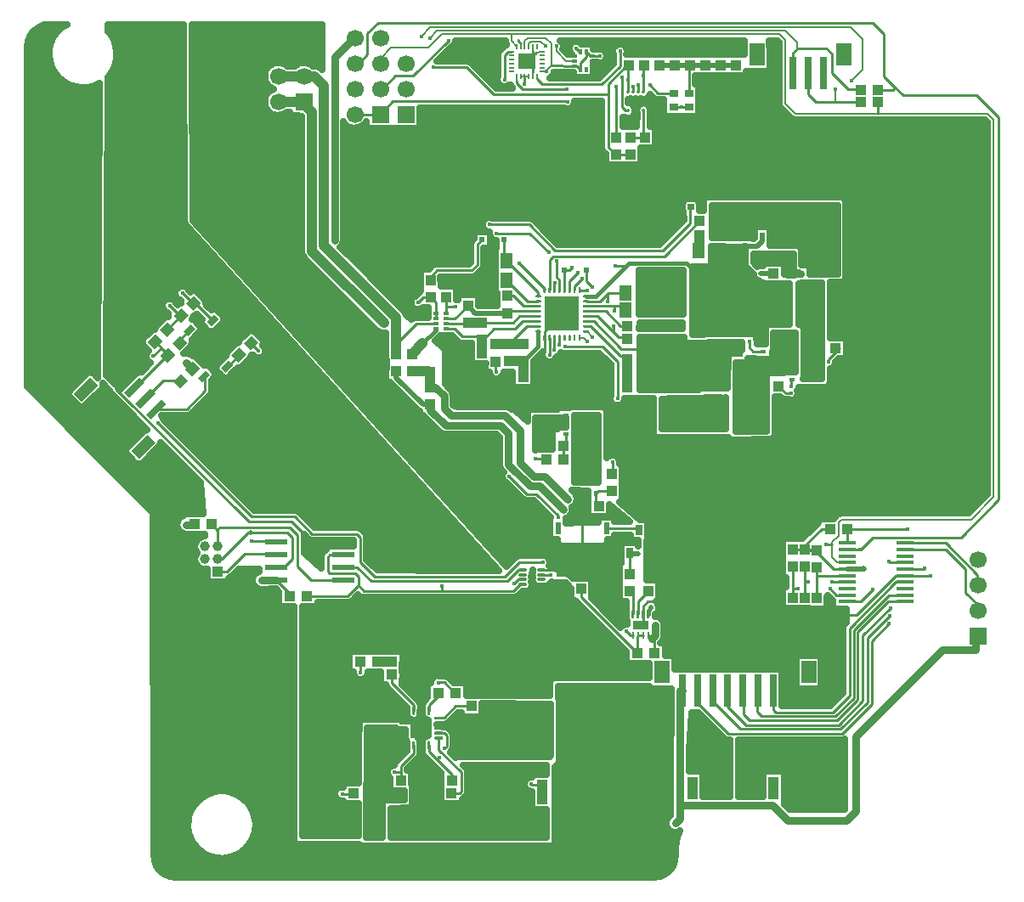
<source format=gtl>
G04 DipTrace 2.4.0.2*
%INTop.gbr*%
%MOIN*%
%ADD13C,0.01*%
%ADD14C,0.015*%
%ADD15C,0.04*%
%ADD16C,0.009*%
%ADD17C,0.0079*%
%ADD18C,0.02*%
%ADD19C,0.03*%
%ADD20C,0.0394*%
%ADD22C,0.007*%
%ADD23C,0.025*%
%ADD24R,0.0394X0.0433*%
%ADD25R,0.0276X0.0866*%
%ADD26R,0.043X0.0906*%
%ADD27R,0.0276X0.13*%
%ADD28R,0.059X0.0906*%
%ADD29R,0.0433X0.0394*%
%ADD30R,0.0512X0.0591*%
%ADD31R,0.0709X0.063*%
%ADD32R,0.063X0.1063*%
%ADD33R,0.063X0.0709*%
%ADD34R,0.0669X0.0669*%
%ADD35C,0.0669*%
%ADD37R,0.0236X0.0236*%
%ADD38R,0.082X0.0364*%
%ADD39R,0.0228X0.0486*%
%ADD40R,0.0394X0.0394*%
%ADD41C,0.0394*%
%ADD42R,0.0755X0.11*%
%ADD43R,0.046X0.185*%
%ADD44R,0.0354X0.0295*%
%ADD46R,0.0256X0.0413*%
%ADD47R,0.0248X0.018*%
%ADD48R,0.0161X0.018*%
%ADD49R,0.0748X0.0955*%
%ADD50R,0.018X0.0248*%
%ADD51R,0.018X0.0161*%
%ADD52R,0.0955X0.0748*%
%ADD53R,0.0197X0.0335*%
%ADD54R,0.126X0.0709*%
%ADD55R,0.0195X0.014*%
%ADD56R,0.136X0.136*%
%ADD57R,0.01X0.026*%
%ADD58R,0.01X0.028*%
%ADD59R,0.063X0.035*%
%ADD60O,0.0335X0.0118*%
%ADD61R,0.0236X0.0748*%
%ADD64R,0.0118X0.0203*%
%ADD65R,0.0203X0.0118*%
%ADD66R,0.087X0.024*%
%ADD67R,0.0709X0.0157*%
%ADD68O,0.011X0.0197*%
%ADD69R,0.063X0.0354*%
%ADD71O,0.022X0.0079*%
%ADD72O,0.0079X0.022*%
%ADD73R,0.0669X0.0606*%
%ADD74C,0.011*%
%FSLAX44Y44*%
G04*
G70*
G90*
G75*
G01*
%LNTop*%
%LPD*%
X32293Y9358D2*
D13*
X32893D1*
X20330Y25982D2*
Y25932D1*
D14*
X19820Y25422D1*
D15*
X19400Y25002D1*
X14160Y34902D2*
X15160D1*
X15070D1*
X15490Y34482D1*
Y29022D1*
X18300Y26212D1*
X20330Y26182D2*
D13*
X19570D1*
X18790Y25402D1*
D15*
Y25002D1*
X14160Y35902D2*
X15160D1*
X15560D1*
X15950Y35512D1*
Y29252D1*
X18790Y26412D1*
Y25402D1*
X20330Y26382D2*
D13*
Y26582D1*
Y27032D1*
X20130Y27232D1*
X25290Y16442D2*
X26050D1*
X24490Y16532D2*
X25199D1*
X25290Y16442D1*
X26050D2*
Y17379D1*
X26080Y17409D1*
X9800Y25952D2*
Y25962D1*
X10350Y26512D1*
X14160Y36902D2*
D15*
X15160D1*
X10350Y26512D2*
D13*
X10280D1*
X9900Y26892D1*
X11250Y30952D2*
Y31462D1*
X20130Y27232D2*
X19855D1*
X19640Y27017D1*
X17521Y26253D2*
X17415D1*
X17264Y26404D1*
X26061Y19022D2*
Y18431D1*
X26080Y18412D1*
X26360Y19522D2*
Y19321D1*
X26061Y19022D1*
X26100Y19522D2*
Y19061D1*
X26061Y19022D1*
X25850Y19522D2*
Y19232D1*
X26061Y19022D1*
X26080Y18412D2*
Y17409D1*
X24600Y25632D2*
D16*
Y25802D1*
D13*
Y25882D1*
X24955Y26237D1*
X25205Y26487D1*
X25290Y26572D1*
X24430Y24102D2*
Y24972D1*
X24600Y25142D1*
Y25632D1*
X22370Y28662D2*
Y27902D1*
X20740Y27891D2*
X22359D1*
X22370Y27902D1*
X28688Y17172D2*
Y16364D1*
X28690Y16362D1*
X24490Y15942D2*
X25121D1*
X25290Y15772D1*
X24490Y15942D2*
X24142D1*
X24116Y15968D1*
Y16237D1*
X11209Y25403D2*
X11249D1*
X11621Y25030D1*
X8091Y24100D2*
X7790Y23799D1*
Y23622D1*
X13000Y18412D1*
X14690D1*
X15470Y17632D1*
X16710D1*
X20769Y24292D2*
X22079D1*
X22150Y24362D1*
Y24172D1*
X22770Y23552D1*
X23880D1*
X24430Y24102D1*
X28480Y23012D2*
X27851D1*
X27850D1*
X28721Y22162D2*
Y22771D1*
X28480Y23012D1*
X27850D2*
X25519D1*
X24780Y23752D1*
X24430Y24102D1*
X28688Y17172D2*
Y22129D1*
X28721Y22162D1*
X28470Y14772D2*
Y14462D1*
X28370Y14362D1*
X28470Y14772D2*
Y15102D1*
X28640Y15272D1*
X28920D1*
X29130Y15482D1*
Y15922D1*
X28690Y16362D1*
X24910Y26282D2*
X24955Y26237D1*
X24810Y23782D2*
X24780Y23752D1*
X19279Y12922D2*
Y12422D1*
X19088Y10513D2*
X19733D1*
X19758Y10538D1*
X19088Y10710D2*
X19585D1*
X19758Y10538D1*
X34805Y14756D2*
X35275D1*
X35280Y14752D1*
X34349D1*
X34340Y14761D1*
X38743Y16302D2*
X38380D1*
X36840Y14762D1*
X35290D1*
X22370Y27902D2*
D15*
Y27372D1*
Y26972D1*
X23000Y23492D2*
X23880Y23552D1*
X22370Y27362D2*
Y27372D1*
Y26972D2*
D3*
X24141Y37061D2*
D17*
Y36901D1*
D13*
Y36708D1*
X24025Y36592D1*
X23904Y36471D1*
X24496Y36864D2*
D17*
X24383D1*
X24350Y36832D1*
X24265D1*
D13*
X23904Y36471D1*
X24141Y35880D2*
D17*
Y36040D1*
D13*
Y36233D1*
X24039Y36335D1*
X23904Y36471D1*
X24035Y36582D2*
X24025Y36592D1*
X24035Y36332D2*
X24039Y36335D1*
X38743Y16302D2*
X39740D1*
X15279Y15502D2*
X16890D1*
X17300Y15912D1*
Y16262D1*
X17190Y16372D1*
X16180D1*
X16100Y16452D1*
Y17032D1*
X16190Y17122D1*
X16700D1*
X16710Y17132D1*
X38743Y16558D2*
X39486D1*
X39510Y16582D1*
X20837Y37297D2*
X19451Y35912D1*
X18740D1*
X18230Y35402D1*
X18160D1*
X23742Y15942D2*
X23640D1*
X23390Y15692D1*
X20590D1*
X17520D1*
X17300Y15912D1*
X20590Y15882D2*
Y15692D1*
X16710Y16632D2*
X17250D1*
X17800Y16082D1*
X23140D1*
X23580Y16522D1*
X23753D1*
X23742Y16532D1*
X28500Y25602D2*
Y25352D1*
X28340Y25192D1*
X27620D1*
X26540Y26272D1*
X26400D1*
D16*
X26230D1*
X25430Y22092D2*
D13*
X25120D1*
X24680Y21652D1*
Y21372D1*
X24681D1*
X19088Y10317D2*
Y10117D1*
Y9920D1*
X21109Y11692D2*
X21090D1*
X20670Y12112D1*
X20440D1*
X20430Y12102D1*
X11790Y16442D2*
X12140D1*
X12840Y17142D1*
X14050D1*
X14060Y17132D1*
X13100Y17662D2*
X14030D1*
X14060Y17632D1*
Y16632D2*
X14390D1*
X14700Y16942D1*
Y17802D1*
X14520Y17982D1*
X13090D1*
X12960D1*
X11930Y16952D1*
X11800D1*
X11790Y16942D1*
X13380Y25122D2*
X13390Y25132D1*
X13090Y25432D1*
X24350Y26872D2*
D16*
X24180D1*
D13*
X23780D1*
X23380Y27272D1*
X23140D1*
X24350Y26672D2*
D16*
X24180D1*
D13*
X23209D1*
X23140Y26602D1*
X20730Y26382D2*
X21090D1*
X21600Y26892D1*
X23140Y26602D2*
D18*
X21889D1*
X21600Y26892D1*
X22150Y26222D2*
D13*
X23360D1*
X23610Y26472D1*
X24350D1*
X20730Y26182D2*
X21559D1*
X21600Y26222D1*
D15*
X22149D1*
D13*
X22150D1*
Y25552D2*
X22201D1*
X22620Y25972D1*
X23430D1*
X23730Y26272D1*
X24350D1*
X22150Y25032D2*
D15*
Y25552D1*
X20730Y25982D2*
D13*
X21070D1*
X21380Y25672D1*
X22031D1*
X22150Y25552D1*
X28270Y14772D2*
Y15272D1*
X28690Y15692D1*
X27940Y17172D2*
Y16361D1*
X28499Y26102D2*
D18*
X28910D1*
X28930Y26122D1*
X28280Y17152D2*
X27960D1*
X27940Y17172D1*
X27830Y26102D2*
D13*
X27590D1*
X27020Y26672D1*
X26400D1*
D16*
X26230D1*
X28070Y14772D2*
D13*
Y15562D1*
X27940Y15692D1*
X27030Y18153D2*
X28238D1*
X28314Y18077D1*
X26230Y26082D2*
D16*
X26410D1*
D13*
X27570Y24922D1*
X27700D1*
X27830Y24792D1*
D15*
Y24252D1*
X27831D1*
X27850Y23682D2*
Y24232D1*
D13*
X27831Y24252D1*
X28270Y13952D2*
X28470D1*
X28240Y13262D2*
Y13922D1*
X28270Y13952D1*
X26050Y15772D2*
Y15452D1*
X28240Y13262D1*
X20120Y23022D2*
D18*
X19830D1*
X18790Y24062D1*
Y24332D1*
X28909Y13262D2*
D13*
Y13712D1*
X28809Y13812D1*
X28670Y13952D1*
X20120Y23022D2*
D19*
Y22802D1*
X20730Y22192D1*
X22870D1*
X23190Y21872D1*
Y20652D1*
X24030Y19812D1*
X24410D1*
X25340Y18882D1*
X28940Y14352D2*
Y13943D1*
X28809Y13812D1*
X19400Y24332D2*
D15*
X20059D1*
D13*
X20100Y24292D1*
D15*
Y23711D1*
D13*
X20120Y23691D1*
X28670Y14772D2*
D14*
Y14922D1*
X28790Y15042D1*
X25520Y19292D2*
D19*
X24620Y20192D1*
X24180D1*
X23640Y20732D1*
Y21992D1*
X23050Y22582D1*
X20930D1*
X20670Y22842D1*
Y23342D1*
X20321Y23691D1*
X20120D1*
X23220Y24712D2*
D15*
X23770D1*
X23761Y24102D2*
Y24702D1*
D13*
X23770Y24712D1*
X24350Y25882D2*
D14*
Y25292D1*
X23770Y24712D1*
X20730Y26582D2*
D13*
Y26862D1*
Y27212D1*
X20740Y27222D1*
X28070Y13952D2*
X27980D1*
X27820Y14112D1*
X25130Y18592D2*
Y18662D1*
X24290Y19502D1*
X23920D1*
X23220Y20202D1*
X21100Y26862D2*
X20730D1*
X22690Y25371D2*
D15*
X23209D1*
D13*
X23220Y25382D1*
X23770Y25381D2*
D15*
X23221D1*
X24350Y26082D2*
D16*
X24180D1*
D13*
X23920D1*
X23220Y25382D1*
X25780Y27512D2*
D16*
Y27662D1*
D13*
X26070Y27952D1*
X33900Y24872D2*
Y24512D1*
X33790Y24402D1*
X25590Y27512D2*
D16*
Y27682D1*
D13*
Y27862D1*
X25910Y28182D1*
X34290Y23712D2*
Y23962D1*
X34310Y23982D1*
X33170Y25092D2*
X32780D1*
X32630Y25242D1*
Y25492D1*
X26290Y27492D2*
X26000D1*
D16*
X25980Y27512D1*
X30680Y29642D2*
D20*
Y29245D1*
D15*
Y29092D1*
X30630Y29042D1*
X33130Y29602D2*
D18*
Y29422D1*
X32930Y29222D1*
X32310D1*
X32040Y28952D1*
X30820Y27762D2*
D14*
Y27932D1*
X30190Y28562D1*
X27920D1*
X27820Y28462D1*
X26610Y27252D1*
X26240D1*
X26230Y27262D1*
X31693Y9358D2*
D13*
X31093D1*
X22690Y24702D2*
Y24322D1*
X22720Y24292D1*
Y29732D2*
X24020D1*
X24770Y28982D1*
X27360Y28462D2*
X27820D1*
X26230Y27062D2*
X26780D1*
X27110Y27392D1*
X27782D1*
X27792Y27402D1*
X26256Y28292D2*
Y27865D1*
X26490Y27632D1*
X27060Y27062D2*
Y27392D1*
X27110D1*
X25390Y27512D2*
D16*
Y27682D1*
D13*
Y28292D1*
X25580D1*
X25660Y28372D1*
X34270Y23462D2*
X34061D1*
X33790Y23732D1*
X24800Y27512D2*
D16*
Y27682D1*
D13*
Y28682D1*
X24950Y28832D1*
X29300D1*
X30680Y30212D1*
X26230Y26472D2*
D16*
X26400D1*
D13*
X26680D1*
X27310Y25842D1*
X27510Y25642D1*
X27791D1*
X27831Y25602D1*
X29810Y22887D2*
Y23132D1*
X30630Y22312D1*
X27310Y26102D2*
Y25842D1*
X34340Y17322D2*
X35280D1*
Y17302D1*
X34829D1*
X34810Y17321D1*
X35800Y18122D2*
X35460D1*
X34659Y17321D1*
X34810D1*
X36460Y16558D2*
X35954D1*
X35191Y17321D1*
X34810D1*
X14610Y15502D2*
Y15582D1*
X14060Y16132D1*
X36460Y16558D2*
D18*
X37134D1*
X37110Y16582D1*
X30020Y11772D2*
D19*
X29910D1*
Y7272D1*
X33540D1*
X34130Y6682D1*
X36450D1*
X36810Y7042D1*
Y9982D1*
X40210Y13382D1*
X41510D1*
Y13922D1*
X41620D1*
X27890Y35290D2*
D13*
Y35744D1*
Y36312D1*
X27910Y36332D1*
X30270Y34680D2*
X29969D1*
X29670D1*
X27973Y32832D2*
X27410D1*
X27380D1*
X27100Y33112D1*
Y35182D1*
Y35602D1*
X27790Y36292D1*
X27870D1*
X27910Y36332D1*
X20250Y36242D2*
X21540D1*
X22600Y35182D1*
X27100D1*
X17160Y37402D2*
D19*
X17120D1*
X16360Y36642D1*
Y29462D1*
X10538Y24670D2*
X10793Y24415D1*
X10538Y18302D2*
X10851D1*
X10865Y18316D1*
X13500Y16122D2*
X14050D1*
X14060Y16132D1*
X29910Y7272D2*
Y6752D1*
X29730Y6572D1*
X25190Y27512D2*
D13*
Y27902D1*
X25080Y28012D1*
Y28642D1*
X33090Y28162D2*
D18*
X33591D1*
X12150Y24502D2*
D13*
X12160D1*
X12617Y24958D1*
X24350Y27062D2*
D16*
X24180D1*
D13*
X23958D1*
X23118Y27902D1*
X24350Y27262D2*
D16*
Y27357D1*
D13*
Y27430D1*
X23118Y28662D1*
X23020Y29472D2*
Y28760D1*
X23118Y28662D1*
X20130Y27902D2*
Y28032D1*
X20370Y28272D1*
X21740D1*
X21960Y28492D1*
Y29278D1*
X22154Y29472D1*
X24990Y27512D2*
D16*
Y27682D1*
D13*
Y27772D1*
X25000Y27782D1*
X24230Y20882D2*
X24641D1*
X24681Y20842D1*
X25430Y21842D2*
Y21452D1*
X25350Y21372D1*
Y20842D2*
Y21372D1*
X26230Y26872D2*
D16*
X26400D1*
D13*
X27350D1*
X27640D1*
X27790Y26722D1*
X36025Y25216D2*
X36175D1*
X35740Y24782D1*
Y24682D1*
X27350Y26702D2*
Y26872D1*
X26610Y19522D2*
Y19142D1*
X26730Y19022D1*
X27250Y19612D2*
X26700D1*
X26610Y19522D1*
X24600Y27512D2*
D16*
Y27562D1*
D13*
X23610Y28552D1*
X25410Y25282D2*
X26860D1*
X27460Y24682D1*
Y23242D1*
X27260Y20742D2*
Y20291D1*
X27250Y20281D1*
X11790Y17442D2*
Y18061D1*
X11535Y18316D1*
X16710Y16132D2*
X15430D1*
X14910Y16652D1*
Y17892D1*
X14610Y18192D1*
X11870D1*
X11790Y18112D1*
Y17442D1*
X36460Y17326D2*
X37004D1*
X37480Y17802D1*
X40930D1*
X42410Y19282D1*
Y34282D1*
X41550Y35142D1*
X38661D1*
X38358Y35445D1*
X37922Y35881D1*
Y37544D1*
X37473Y37993D1*
X23592D1*
X18072D1*
X17650Y37572D1*
Y36752D1*
X17300Y36402D1*
X17160D1*
X31200Y11772D2*
Y11352D1*
X32280Y10272D1*
X36210D1*
X37260Y11322D1*
Y13842D1*
X38140Y14722D1*
X36990Y17312D2*
X37004Y17326D1*
X23669Y37061D2*
D17*
Y37193D1*
D13*
X23592Y37270D1*
Y37334D1*
X37691Y35368D2*
X38281D1*
X38358Y35445D1*
X36460Y16814D2*
D17*
X36088D1*
X35890Y17012D1*
Y17532D1*
Y17622D1*
X36130Y17862D1*
Y18382D1*
X36250Y18502D1*
X41330D1*
X42210Y19382D1*
Y34182D1*
X41968Y34424D1*
X37687D1*
X34455D1*
X34050Y34829D1*
Y37315D1*
X33826Y37538D1*
X23302D1*
X20566D1*
X20048Y37021D1*
X18580D1*
X18160Y36602D1*
Y36402D1*
X30610Y11772D2*
D13*
Y12302D1*
Y11772D2*
Y11302D1*
X31810Y10102D1*
X36280D1*
X37430Y11252D1*
Y13732D1*
X38115Y14417D1*
X35650Y17532D2*
X35890D1*
X23511Y37061D2*
D17*
X23302Y37271D1*
Y37538D1*
X37687Y34880D2*
D13*
Y34424D1*
X8516Y23676D2*
X8544D1*
X9817Y24948D1*
Y24988D1*
X9573Y25232D1*
X9327Y25478D1*
X24490Y16335D2*
X24850D1*
X24530Y16822D2*
X23620D1*
X23050Y16252D1*
X17930D1*
X17360Y16822D1*
Y17802D1*
X17230Y17932D1*
X15490D1*
X14810Y18612D1*
X13120D1*
X9430Y22302D1*
X9251Y24910D2*
X9573Y25232D1*
X9364Y22827D2*
X10566D1*
X11290Y23552D1*
Y24126D1*
X11245D1*
X10320Y23942D2*
X9630D1*
X8940Y23252D1*
X24800Y25632D2*
D16*
Y25462D1*
D13*
Y24962D1*
X24990Y25632D2*
D16*
Y25462D1*
D13*
Y25152D1*
X25190Y25632D2*
D16*
Y25462D1*
D13*
Y25342D1*
X34810Y16652D2*
X34805Y16046D1*
Y15425D1*
X36460Y16046D2*
X35865D1*
X34950D2*
X34805D1*
X36460Y15534D2*
X36057D1*
X35800Y15792D1*
X34530D2*
X34340D1*
Y15430D1*
Y15792D2*
Y16652D1*
X35280Y16632D2*
Y16302D1*
Y15421D1*
X36460Y16302D2*
X35280D1*
X36460Y17582D2*
Y18112D1*
X36469Y18122D1*
X38850D1*
X31790Y11772D2*
Y11152D1*
X32510Y10432D1*
X36130D1*
X37080Y11382D1*
Y13952D1*
X38160Y15032D1*
X37460Y15752D2*
X37000Y15292D1*
X36473D1*
X36460Y15278D1*
X38743Y17326D2*
X40336D1*
X41120Y16542D1*
Y15632D1*
X41830Y14922D1*
X41620D1*
X32390Y11772D2*
X32400D1*
Y10852D1*
X32640Y10612D1*
X36070D1*
X36890Y11432D1*
Y14082D1*
X38090Y15282D1*
X38740D1*
X38744Y15278D1*
X32980Y11772D2*
X32940D1*
Y10952D1*
X33120Y10772D1*
X36000D1*
X36730Y11502D1*
Y14152D1*
X38113Y15534D1*
X38743D1*
Y16046D2*
X38385D1*
X36560Y14222D1*
Y11582D1*
X35910Y10932D1*
X33670D1*
X33570Y11032D1*
Y11772D1*
X38743Y17582D2*
X40330D1*
X41590Y16322D1*
Y15922D1*
X41620D1*
X18610Y12422D2*
Y12082D1*
X19480Y11212D1*
Y11002D1*
X19469Y10992D1*
X20441Y10117D2*
X20665D1*
X20760Y10022D1*
Y9602D1*
X20690Y9532D1*
X16660Y7722D2*
X17090D1*
X17115Y7747D1*
X23742Y16138D2*
X23567D1*
X23410Y15982D1*
X20441Y9920D2*
Y9470D1*
X21340Y8572D1*
Y7822D1*
X21270Y7752D1*
X20960D1*
X20955Y7746D1*
X20440Y11692D2*
Y11592D1*
X20070Y11222D1*
Y11002D1*
X20060Y10992D1*
X20960Y8252D2*
Y8492D1*
X20360Y9091D1*
X20060Y9392D1*
Y9639D1*
X17361Y12932D2*
Y12531D1*
X17390Y12502D1*
X20480Y9162D2*
X20431D1*
X20360Y9091D1*
X21750Y11182D2*
X21120D1*
X20660Y10722D1*
X20452D1*
X20441Y10710D1*
X18971Y8252D2*
Y8582D1*
Y8822D1*
X19469Y9321D1*
Y9639D1*
X24521Y8092D2*
X24110D1*
X24090Y8112D1*
X18720Y8582D2*
X18971D1*
X24525Y7527D2*
D15*
Y8087D1*
D13*
X24521Y8092D1*
X18030Y12932D2*
D15*
X18600D1*
D13*
X18610Y12922D1*
X10290Y25422D2*
Y25542D1*
X10680Y25932D1*
X10823Y26985D2*
X10907D1*
X11585Y26307D1*
X10823Y26985D2*
X10797D1*
X10400Y27382D1*
X22440Y30072D2*
X24000D1*
X25020Y29052D1*
X29230D1*
X30310Y30132D1*
Y30747D1*
X30344Y30782D1*
X17160Y34402D2*
X18160D1*
X28481Y35290D2*
Y35922D1*
Y36302D1*
X28510Y36332D1*
X27890Y34542D2*
X27770D1*
X27630Y34682D1*
Y35842D1*
X27640Y35852D1*
X18160Y34402D2*
X18130D1*
X18640Y34912D1*
X25510D1*
X25500Y34902D1*
X23826Y37061D2*
D22*
Y37279D1*
X23947Y37399D1*
X24633D1*
X24860Y37172D1*
Y36309D1*
X24628Y36077D1*
X24496D1*
D13*
D3*
D17*
X24690D1*
X23826Y35602D2*
D13*
Y35880D1*
D17*
X23984D1*
X23826D2*
X23669D1*
X23030Y35762D2*
D13*
Y36722D1*
X23173Y36864D1*
X23315D1*
X26480Y36701D2*
X26401D1*
X26250Y36852D1*
X25780Y36301D2*
X25860D1*
X26010Y36151D1*
X25780Y36301D2*
X24860Y36309D1*
X26250Y36852D2*
X26240D1*
Y36652D1*
X26020Y36432D1*
Y36161D1*
X26010Y36151D1*
X29110Y36332D2*
D18*
X29410D1*
X29710D1*
X30310D1*
X30910D1*
X31510D1*
X32110D1*
X30270Y35232D2*
D13*
Y36292D1*
X30310Y36332D1*
X26480Y36701D2*
X26761D1*
X26770Y36692D1*
X29670Y35232D2*
X29040D1*
X28730Y35542D1*
X28290D2*
Y35290D1*
X28284D1*
X23511Y35880D2*
D17*
Y35720D1*
D13*
Y35630D1*
X23750Y35392D1*
X25470D1*
X25850Y36987D2*
X25985Y36852D1*
X26010D1*
X23984Y37061D2*
D22*
Y37185D1*
X24065Y37267D1*
X24455D1*
X24650Y37072D1*
X25060D2*
Y36872D1*
X25431Y36501D1*
X25780D1*
X24299Y35880D2*
D17*
Y35793D1*
D13*
X24510Y35582D1*
X26850D1*
X27570Y36302D1*
Y36882D1*
X38100Y16862D2*
X38148Y16814D1*
X38743D1*
X28481Y34542D2*
Y33555D1*
X28535Y33501D1*
X27973D1*
X28087Y35290D2*
Y35472D1*
X27410D2*
Y33501D1*
X37018Y34880D2*
X36013D1*
X35253D1*
X34945Y35187D1*
Y35998D1*
X34930Y36013D1*
X25980Y25632D2*
D17*
X26130D1*
X26260Y25502D1*
X19760Y37468D2*
X20119Y37828D1*
X36609D1*
X37074Y37363D1*
Y36146D1*
X36633Y35705D1*
X36013Y35386D2*
Y34880D1*
X34330Y36013D2*
D13*
Y36797D1*
X34517Y36984D1*
X35648D1*
X35860Y36772D1*
Y36013D1*
X36496Y35377D1*
X37013D1*
X37022Y35368D1*
X26230Y25882D2*
D17*
X26260D1*
X26470Y25642D1*
X20105Y37400D2*
X20387Y37682D1*
X34050D1*
X34521Y37211D1*
Y37000D1*
X34517Y36984D1*
D14*
X18300Y26212D3*
X19820Y25422D3*
X9900Y26892D3*
X11250Y30952D3*
X19640Y27017D3*
X17521Y26253D3*
X22370Y26972D3*
X23000Y23492D3*
X22370Y26972D3*
X39510Y16582D3*
X20837Y37297D3*
X20590Y15882D3*
X20430Y12102D3*
X13100Y17662D3*
X13380Y25122D3*
D18*
X13090Y17982D3*
D14*
X28930Y26122D3*
X28280Y17152D3*
X25340Y18882D3*
X28940Y14352D3*
D18*
X28790Y15042D3*
D14*
X25520Y19292D3*
X27820Y14112D3*
X25130Y18592D3*
X23220Y20202D3*
X21100Y26862D3*
X26070Y27952D3*
X33900Y24872D3*
X25910Y28182D3*
X34290Y23712D3*
X32630Y25492D3*
X26290Y27492D3*
X22720Y24292D3*
Y29732D3*
X24770Y28982D3*
X27360Y28462D3*
X26490Y27632D3*
X27060Y27062D3*
X25660Y28372D3*
X34270Y23462D3*
X30630Y22312D3*
X27310Y26102D3*
X37110Y16582D3*
X29969Y34680D3*
X27890Y35744D3*
X20250Y36242D3*
X16360Y29462D3*
X10538Y24670D3*
Y18302D3*
X13500Y16122D3*
X29730Y6572D3*
X25080Y28642D3*
X33090Y28162D3*
X25000Y27782D3*
X24230Y20882D3*
X35740Y24682D3*
X27350Y26702D3*
X23610Y28552D3*
X25410Y25282D3*
X27460Y23242D3*
X27260Y20742D3*
X38140Y14722D3*
X36990Y17312D3*
D74*
X23592Y37334D3*
Y37993D3*
D14*
X38115Y14417D3*
X35650Y17532D3*
X24850Y16335D3*
X24530Y16822D3*
X9430Y22302D3*
X9251Y24910D3*
X24800Y24962D3*
X24990Y25152D3*
X25190Y25342D3*
X35865Y16046D3*
X34950D3*
X35800Y15792D3*
X34530D3*
X38850Y18122D3*
X38160Y15032D3*
X37460Y15752D3*
X20690Y9532D3*
X16660Y7722D3*
X23410Y15982D3*
X20690Y9532D3*
X17390Y12502D3*
X20480Y9162D3*
X24090Y8112D3*
X18720Y8582D3*
X10400Y27382D3*
X22440Y30072D3*
X27640Y35852D3*
X28481Y35922D3*
X25500Y34902D3*
X27640Y35852D3*
X24690Y36077D3*
X23826Y35602D3*
X23030Y35762D3*
X26770Y36692D3*
X29410Y36332D3*
X28730Y35542D3*
X28290D3*
X25470Y35392D3*
X25850Y36987D3*
X24650Y37072D3*
X25060D3*
X27570Y36882D3*
X38100Y16862D3*
X28087Y35472D3*
X27410D3*
X26260Y25502D3*
X19760Y37468D3*
X36633Y35705D3*
X36013Y35386D3*
X26470Y25642D3*
X20105Y37400D3*
X24310Y22482D3*
X24610D3*
Y22182D3*
X24310D3*
Y21882D3*
X24610D3*
X24910Y22482D3*
Y22182D3*
X29410Y24482D3*
X29810D3*
X30210D3*
Y24082D3*
Y23682D3*
X29810Y24082D3*
X29410D3*
Y23682D3*
X29810D3*
X24810Y27082D3*
X25210D3*
X25010Y26682D3*
X25410D3*
X25610Y27082D3*
X25810Y26682D3*
X24910Y26882D3*
X25310D3*
X24810Y26482D3*
X24910Y26282D3*
X25710Y26882D3*
X25010Y26082D3*
X25210Y26482D3*
X25310Y26282D3*
X25410Y26082D3*
X25610Y26482D3*
X25710Y26282D3*
X25810Y26082D3*
X25710Y24082D3*
X24810D3*
X25110D3*
X25410D3*
X24810Y23782D3*
X25110D3*
X24810Y23482D3*
X24510Y23782D3*
Y23482D3*
X25410Y23782D3*
X17710Y10282D3*
X17910D3*
X18110D3*
X18310D3*
X18510D3*
X18710D3*
X17810Y10082D3*
X18010D3*
X18210D3*
X18410D3*
X18610D3*
X17910Y9882D3*
X18110D3*
X18310D3*
X18510D3*
X18710D3*
X17710D3*
X22370Y27362D3*
X22780Y23712D3*
X22570Y23922D3*
X11910Y22582D3*
X31910Y30582D3*
Y30382D3*
Y30182D3*
Y29982D3*
X32110Y30582D3*
Y30382D3*
Y30182D3*
Y29982D3*
X32310Y30582D3*
Y30382D3*
Y30182D3*
Y29982D3*
X32510Y30582D3*
Y30382D3*
Y30182D3*
Y29982D3*
X31010Y8682D3*
X31310D3*
X31610D3*
X31910D3*
Y8482D3*
X31610D3*
X31310D3*
X31010D3*
Y8282D3*
X31310D3*
X31610D3*
X31910D3*
Y8082D3*
X31610D3*
X31310D3*
X31010D3*
X34610Y9082D3*
X34910D3*
X35210D3*
X35510D3*
X35810D3*
X35510Y8782D3*
X35810D3*
X35210D3*
X34910D3*
X34610D3*
Y8482D3*
X34910D3*
X35210D3*
X35510D3*
X35810D3*
Y8182D3*
X35510D3*
X35210D3*
X34910D3*
X34610D3*
X28410Y28182D3*
X28710D3*
X29010D3*
X29310D3*
X28410Y27982D3*
X28710D3*
X29010D3*
X29310D3*
Y27782D3*
X29010D3*
X28710D3*
X28410D3*
X15510Y17482D3*
X15910D3*
X15710Y17282D3*
X15310D3*
X15910Y14582D3*
X16910D3*
X17910D3*
X18910D3*
Y13582D3*
X17910D3*
X16910D3*
X15910D3*
Y12582D3*
X16910D3*
Y11582D3*
X15910D3*
X16910Y10582D3*
X15910D3*
X16910Y9582D3*
X15910D3*
X16910Y8582D3*
X15910D3*
Y7582D3*
X23910Y14582D3*
X24910D3*
X25910D3*
Y13582D3*
X24910D3*
X23910D3*
Y12582D3*
X24910D3*
X25910D3*
X26910D3*
Y13582D3*
X27910Y12582D3*
X23910Y6582D3*
X22910D3*
X21910D3*
Y7582D3*
X22910D3*
X23910D3*
X24910Y29582D3*
X17910Y28582D3*
X31410Y27582D3*
Y27282D3*
Y26982D3*
X31710D3*
Y27282D3*
Y27582D3*
X32010D3*
Y27282D3*
Y26982D3*
X32310D3*
Y27282D3*
Y27582D3*
X25910Y29582D3*
X26910D3*
X27910D3*
X28910D3*
X24910Y30582D3*
X25910D3*
X26910D3*
X27910D3*
X28910D3*
X24910Y31582D3*
X25910D3*
X26910D3*
X27910D3*
X28910D3*
X29910D3*
Y30582D3*
X17910Y29582D3*
X16910D3*
X18910Y28582D3*
Y29582D3*
Y27582D3*
X19910Y28582D3*
Y29582D3*
X20910Y28582D3*
Y29582D3*
X16910Y30582D3*
X17910D3*
X18910D3*
X19910D3*
X20910D3*
X6910Y31582D3*
X5910D3*
X4910D3*
Y32582D3*
X5910D3*
X6910D3*
Y33582D3*
X5910D3*
X4910D3*
Y34582D3*
X5910D3*
X6910D3*
X12910Y22582D3*
X13910D3*
X14910D3*
X15910D3*
X11910Y21582D3*
X12910D3*
X13910D3*
X14910D3*
X15910D3*
X16910D3*
Y20582D3*
X15910D3*
X14910D3*
X13910D3*
X12910D3*
X11910D3*
X12910Y19582D3*
X13910D3*
X14910D3*
X15910D3*
X16910D3*
X17910D3*
Y20582D3*
X7910Y29582D3*
X8910D3*
X9910D3*
Y28582D3*
X8910D3*
X7910D3*
Y27582D3*
X8910D3*
X9910D3*
X23785Y36582D3*
X24035D3*
Y36332D3*
X23785D3*
X28020Y34932D3*
X28320D3*
X28160Y34082D3*
X27660D3*
X22910Y37082D3*
X22410D3*
X21910D3*
X22410Y36582D3*
Y36082D3*
X25160Y35832D3*
X24910Y36082D3*
X25910Y35832D3*
X26410D3*
X26910Y36082D3*
Y37082D3*
X10160Y22332D3*
X7410Y24332D3*
Y25082D3*
X8160D3*
X39740Y16302D3*
X31160Y28968D2*
D23*
X32462D1*
X31160Y28719D2*
X32462D1*
X31145Y28470D2*
X32462D1*
X30420Y28222D2*
X32681D1*
X30420Y27973D2*
X32829D1*
X30420Y27724D2*
X34169D1*
X30420Y27476D2*
X34169D1*
X30420Y27227D2*
X34169D1*
X30420Y26978D2*
X34169D1*
X30420Y26730D2*
X34169D1*
X30420Y26481D2*
X34169D1*
X30420Y26232D2*
X34169D1*
X30420Y25984D2*
X33239D1*
X32922Y25735D2*
X33239D1*
X32953Y25486D2*
X33239D1*
X32934Y25384D2*
X33262D1*
X33265Y26032D1*
X33276Y26084D1*
X33372Y26155D1*
X34195Y26157D1*
Y27762D1*
X33841Y27767D1*
X33759Y27763D1*
X33172D1*
Y27790D1*
X33090Y27825D1*
X33055Y27861D1*
X32969Y27885D1*
X32868Y27957D1*
X32804Y28064D1*
X32796Y28129D1*
X32519Y28418D1*
X32485Y28502D1*
Y29217D1*
X32442D1*
X32439Y29202D1*
X31641D1*
Y29214D1*
X31135Y29217D1*
Y28532D1*
X31074Y28426D1*
X31010Y28407D1*
X30395D1*
Y25762D1*
X31393Y25774D1*
X32788Y25797D1*
X32894Y25737D1*
X32915Y25680D1*
X32935Y25380D1*
X33616Y25578D2*
X34430D1*
X33616Y25329D2*
X34430D1*
X33577Y25080D2*
X34430D1*
X32612Y24832D2*
X32820D1*
X33523D2*
X34430D1*
X32148Y24583D2*
X34430D1*
X32148Y24334D2*
X34430D1*
X32144Y24086D2*
X33281D1*
X32144Y23837D2*
X33281D1*
X32140Y23588D2*
X33281D1*
X32140Y23340D2*
X33281D1*
X32140Y23091D2*
X33281D1*
X32136Y22842D2*
X33281D1*
X32136Y22594D2*
X33281D1*
X32132Y22345D2*
X33281D1*
X32132Y22096D2*
X33281D1*
X32586Y24835D2*
Y24665D1*
X32121D1*
X32106Y21957D1*
X33305Y21967D1*
Y24142D1*
X33366Y24247D1*
X33430Y24267D1*
X33981D1*
X33984Y24274D1*
X34457D1*
X34454Y25041D1*
X34455Y25827D1*
X33592D1*
Y25222D1*
X33551Y25102D1*
X33555Y24963D1*
X33495Y24857D1*
X33496Y24800D1*
X32844D1*
Y24835D1*
X32582Y24837D1*
X28352Y25468D2*
X30126D1*
X28352Y25219D2*
X32306D1*
X28352Y24970D2*
X31775D1*
X28356Y24722D2*
X31771D1*
X28356Y24473D2*
X31771D1*
X28356Y24224D2*
X31767D1*
X28356Y23976D2*
X31767D1*
X28360Y23727D2*
X31767D1*
X30750Y23644D2*
X31784D1*
X31790Y23708D1*
X31798Y24963D1*
X31836Y25080D1*
X31939Y25153D1*
X32000Y25164D1*
X32332D1*
X32327Y25465D1*
X31668Y25452D1*
X30273Y25430D1*
X30155Y25465D1*
X30080Y25566D1*
X30068Y25667D1*
X28995Y25670D1*
X28327D1*
X28335Y23597D1*
X30628D1*
X30625Y23644D1*
X30750D1*
X28328Y26000D2*
X29325Y25997D1*
X29995D1*
Y26227D1*
X28328Y26224D1*
X28325Y26004D1*
X28320Y28098D2*
X30030D1*
X28320Y27849D2*
X30030D1*
X28320Y27600D2*
X30030D1*
X28320Y27352D2*
X30030D1*
X28320Y27103D2*
X30030D1*
X28320Y26854D2*
X30030D1*
X28320Y26606D2*
X30030D1*
X30053Y28285D2*
X28295D1*
Y26547D1*
X30055D1*
Y28285D1*
X34602Y27538D2*
X35443D1*
X34606Y27289D2*
X35443D1*
X34606Y27040D2*
X35443D1*
X34610Y26792D2*
X35443D1*
X34610Y26543D2*
X35443D1*
X34614Y26294D2*
X35443D1*
X34782Y26046D2*
X35446D1*
X34805Y25797D2*
X35446D1*
X34805Y25548D2*
X35446D1*
X34805Y25300D2*
X35446D1*
X34805Y25051D2*
X35446D1*
X34805Y24802D2*
X35446D1*
X34805Y24554D2*
X35446D1*
X34805Y24305D2*
X35450D1*
X34789Y24056D2*
X35450D1*
X34679Y27785D2*
Y27763D1*
X34573D1*
X34585Y26538D1*
X34588Y26151D1*
X34637Y26145D1*
X34739Y26076D1*
X34782Y25952D1*
Y24142D1*
X34741Y24022D1*
X34772Y24081D1*
X34855Y24007D1*
X35476D1*
X35473Y24604D1*
X35463Y24686D1*
X35473Y24756D1*
X35464Y27778D1*
X34679Y27785D1*
X32838Y28678D2*
X34339D1*
X34034Y28429D2*
X34339D1*
X34034Y28180D2*
X34339D1*
X33297Y28560D2*
X34009D1*
Y28111D1*
X34324Y28112D1*
X34380Y28103D1*
X34452Y28114D1*
X34674Y28112D1*
X34570Y28177D1*
X34490D1*
X34385Y28238D1*
X34365Y28302D1*
Y28927D1*
X32994D1*
X32809Y28920D1*
X32812Y28583D1*
X32959Y28431D1*
X33017Y28455D1*
X33172Y28464D1*
Y28560D1*
X33297D1*
X31190Y30588D2*
X36072D1*
X31190Y30339D2*
X36072D1*
X31190Y30090D2*
X36072D1*
X31190Y29842D2*
X32806D1*
X33454D2*
X36072D1*
X31190Y29593D2*
X32802D1*
X33458D2*
X36072D1*
X33454Y29344D2*
X36072D1*
X34711Y29096D2*
X36072D1*
X34715Y28847D2*
X36072D1*
X34715Y28598D2*
X36072D1*
X35040Y28350D2*
X36072D1*
X34901Y28488D2*
X35012D1*
Y28366D1*
X35022Y28302D1*
Y28134D1*
X36095Y28137D1*
Y30827D1*
X31161Y30836D1*
X31165Y29962D1*
Y29544D1*
X32614Y29542D1*
X32805Y29523D1*
X32830Y29548D1*
Y29971D1*
X33430D1*
Y29250D1*
X34120Y29254D1*
X34490D1*
X34607Y29216D1*
X34681Y29114D1*
X34692Y29052D1*
Y28501D1*
X34824Y28502D1*
X34880Y28493D1*
X20722Y25308D2*
X21723D1*
X20722Y25059D2*
X21723D1*
X20722Y24810D2*
X21727D1*
X24284D2*
X24543D1*
X25058D2*
X26949D1*
X20722Y24562D2*
X22266D1*
X24195D2*
X27184D1*
X20726Y24313D2*
X22266D1*
X24202D2*
X27184D1*
X20726Y24064D2*
X22535D1*
X22902D2*
X23316D1*
X24202D2*
X27184D1*
X20726Y23816D2*
X23316D1*
X24202D2*
X27184D1*
X20964Y23567D2*
X27184D1*
X21046Y23318D2*
X27168D1*
X21046Y23070D2*
X27219D1*
X27702D2*
X28840D1*
X27034Y22821D2*
X28840D1*
X27066Y22572D2*
X28840D1*
X27066Y22324D2*
X28840D1*
X22295Y24613D2*
X21751D1*
X21748Y25418D1*
X21345Y25423D1*
X21161Y25446D1*
X20695Y25427D1*
X20701Y23806D1*
X20919Y23590D1*
X20990Y23488D1*
X21022Y23342D1*
Y22986D1*
X21180Y22934D1*
X23050D1*
X23172Y22912D1*
X23302Y22828D1*
X25107Y22827D1*
X25104Y22894D1*
X25561D1*
X25640Y22913D1*
X26840Y22914D1*
X26957Y22876D1*
X27031Y22774D1*
X27042Y22712D1*
Y22098D1*
X28865Y22107D1*
Y23259D1*
X28081Y23262D1*
X27737Y23263D1*
X27709Y23121D1*
X27632Y23024D1*
X27520Y22971D1*
X27396Y22972D1*
X27285Y23027D1*
X27209Y23125D1*
X27183Y23246D1*
X27208Y23367D1*
Y24574D1*
X26754Y25031D1*
X25528Y25030D1*
X25470Y25011D1*
X25346Y25012D1*
X25252Y25059D1*
X25162Y24934D1*
X25067Y24889D1*
X25049Y24841D1*
X24972Y24744D1*
X24860Y24691D1*
X24736Y24692D1*
X24625Y24747D1*
X24549Y24845D1*
X24523Y24966D1*
X24548Y25098D1*
X24172Y24717D1*
X24169Y24501D1*
X24179Y24500D1*
Y23703D1*
X23342D1*
Y24293D1*
X23092Y24294D1*
X23089Y24283D1*
X22999D1*
X22969Y24171D1*
X22892Y24074D1*
X22780Y24021D1*
X22656Y24022D1*
X22545Y24077D1*
X22469Y24175D1*
X22441Y24281D1*
X22291Y24283D1*
Y24615D1*
X25800Y22338D2*
X26689D1*
X25800Y22089D2*
X26689D1*
X25800Y21840D2*
X26689D1*
X25800Y21592D2*
X26689D1*
X25800Y21343D2*
X26689D1*
X25800Y21094D2*
X26689D1*
X25800Y20846D2*
X26689D1*
X25800Y20597D2*
X26689D1*
X25800Y20348D2*
X26689D1*
X25800Y20100D2*
X26689D1*
X25775Y22462D2*
Y19967D1*
X26715D1*
Y22587D1*
X25775D1*
Y22462D1*
X29220Y23128D2*
X31691D1*
X29220Y22879D2*
X31695D1*
X29220Y22630D2*
X31695D1*
X29220Y22382D2*
X31695D1*
X29220Y22133D2*
X31699D1*
X31715Y23270D2*
X29599Y23263D1*
X29195Y23237D1*
Y22057D1*
X31722D1*
X31716Y23271D1*
X24280Y22468D2*
X25423D1*
X24280Y22219D2*
X25423D1*
X24280Y21970D2*
X24880D1*
X24280Y21722D2*
X24876D1*
X24280Y21473D2*
X24873D1*
X25229Y22134D2*
X25452D1*
X25448Y22502D1*
X24257Y22500D1*
X24255Y21227D1*
X24262Y21240D1*
X24899D1*
X24905Y21933D1*
X24967Y22038D1*
X25028Y22057D1*
X25102Y22058D1*
X25104Y22134D1*
X25229D1*
X22175Y11028D2*
X24808D1*
X21101Y10779D2*
X21328D1*
X22175D2*
X24808D1*
X20851Y10530D2*
X24808D1*
X20882Y10282D2*
X24808D1*
X21038Y10033D2*
X24808D1*
X21038Y9784D2*
X24808D1*
X21026Y9536D2*
X24808D1*
X21007Y9287D2*
X24808D1*
X22149Y11276D2*
Y10763D1*
X21351D1*
Y10931D1*
X21223Y10930D1*
X20838Y10543D1*
X20728Y10480D1*
X20608Y10453D1*
X20362Y10454D1*
X20444Y10373D1*
X20665Y10369D1*
X20783Y10339D1*
X20907Y10231D1*
X20989Y10127D1*
X21012Y10022D1*
Y9602D1*
X20977Y9474D1*
X20903Y9365D1*
X21108Y9160D1*
X21210Y9184D1*
X24814Y9182D1*
X24835Y9242D1*
Y11267D1*
X22151Y11275D1*
X18750Y13338D2*
X20079D1*
X19055Y13089D2*
X20075D1*
X19055Y12840D2*
X20075D1*
X19055Y12592D2*
X20075D1*
X19055Y12343D2*
X20071D1*
X19055Y12094D2*
X20071D1*
X19227Y11846D2*
X19997D1*
X19477Y11597D2*
X19997D1*
X19079Y10602D2*
X20009D1*
X19516Y10354D2*
X20009D1*
X19512Y10105D2*
X20009D1*
X19641Y9110D2*
X19962D1*
X19391Y8861D2*
X20208D1*
X19414Y8613D2*
X20458D1*
X21614D2*
X24661D1*
X19414Y8364D2*
X20517D1*
X21618D2*
X23950D1*
X19418Y8115D2*
X20513D1*
X21618D2*
X23786D1*
X19450Y7867D2*
X20513D1*
X21618D2*
X23935D1*
X19450Y7618D2*
X20513D1*
X21516D2*
X24083D1*
X19450Y7369D2*
X20513D1*
X21399D2*
X24083D1*
X18600Y7121D2*
X24661D1*
X18600Y6872D2*
X24661D1*
X18600Y6623D2*
X24661D1*
X18600Y6375D2*
X24661D1*
X18600Y6126D2*
X24661D1*
X21373Y7524D2*
Y7347D1*
X20536D1*
X20541Y8478D1*
Y8552D1*
X19882Y9213D1*
X19818Y9323D1*
X19808Y9392D1*
X19803Y9472D1*
X19811Y9813D1*
X19848Y9895D1*
X19916Y9964D1*
X19993Y9998D1*
X20035Y10037D1*
Y10626D1*
X19970Y10640D1*
X19900Y10680D1*
X19846Y10739D1*
X19813Y10812D1*
X19804Y10870D1*
X19809Y11208D1*
X19865Y11368D1*
X20022Y11530D1*
X20021Y12090D1*
X20096D1*
X20104Y13577D1*
X18725Y13586D1*
Y13317D1*
X19029Y13320D1*
X19025Y12523D1*
X19029Y12570D1*
X19025Y12023D1*
X19658Y11390D1*
X19722Y11280D1*
X19732Y11212D1*
X19726Y10870D1*
X19708Y10788D1*
X19669Y10719D1*
X19610Y10665D1*
X19537Y10632D1*
X19457Y10624D1*
X19385Y10637D1*
X19055D1*
Y10578D1*
X19367Y10587D1*
X19474Y10528D1*
X19495Y10459D1*
X19487Y10049D1*
X19520Y10047D1*
X19615Y10001D1*
X19578Y10030D1*
X19683Y9891D1*
X19716Y9818D1*
X19726Y9760D1*
X19721Y9321D1*
X19688Y9198D1*
X19648Y9143D1*
X19225Y8720D1*
X19223Y8650D1*
X19389D1*
Y8123D1*
X19424Y8049D1*
X19425Y7302D1*
X19364Y7196D1*
X19301Y7177D1*
X18575Y7167D1*
Y6007D1*
X24685D1*
Y7128D1*
X24107D1*
X24102Y7837D1*
X24026Y7842D1*
X23915Y7897D1*
X23839Y7995D1*
X23813Y8116D1*
X23843Y8237D1*
X23922Y8332D1*
X24035Y8383D1*
X24101Y8381D1*
X24102Y8490D1*
X24684D1*
X24685Y8857D1*
X21415Y8853D1*
X21518Y8750D1*
X21582Y8640D1*
X21592Y8572D1*
Y7822D1*
X21558Y7695D1*
X21448Y7573D1*
X21425Y7553D1*
X21421Y7551D1*
X17679Y10088D2*
X19129D1*
X17675Y9839D2*
X19145D1*
X17675Y9590D2*
X19188D1*
X17671Y9342D2*
X19110D1*
X17671Y9093D2*
X18860D1*
X17668Y8844D2*
X18610D1*
X17668Y8596D2*
X18418D1*
X17668Y8347D2*
X18528D1*
X17664Y8098D2*
X18528D1*
X17664Y7850D2*
X19075D1*
X17660Y7601D2*
X19075D1*
X17660Y7352D2*
X18231D1*
X17660Y7104D2*
X18223D1*
X17656Y6855D2*
X18223D1*
X17656Y6606D2*
X18223D1*
X17652Y6358D2*
X18223D1*
X17652Y6109D2*
X18223D1*
X18248Y6010D2*
Y7292D1*
X18285Y7409D1*
X18388Y7483D1*
X18448Y7494D1*
X19100Y7501D1*
X19096Y7853D1*
X18552D1*
Y8364D1*
X18469Y8465D1*
X18443Y8586D1*
X18473Y8707D1*
X18552Y8802D1*
X18665Y8853D1*
X18723Y8852D1*
X18752Y8945D1*
X18793Y9000D1*
X19215Y9423D1*
X19214Y9764D1*
X19156Y9905D1*
Y10255D1*
X18935Y10250D1*
X18803Y10295D1*
X18870Y10260D1*
X18760Y10337D1*
X17654Y10336D1*
X17626Y6019D1*
X18247Y6014D1*
X5027Y37072D2*
X5184D1*
X5019Y36823D2*
X5148D1*
X5015Y36574D2*
X5160D1*
X5007Y36326D2*
X5227D1*
X5003Y36077D2*
X5344D1*
X4995Y35828D2*
X5543D1*
X4991Y35580D2*
X5895D1*
X4984Y35331D2*
X7117D1*
X4980Y35082D2*
X7113D1*
X4972Y34834D2*
X7113D1*
X4968Y34585D2*
X7113D1*
X4960Y34336D2*
X7109D1*
X4956Y34088D2*
X7109D1*
X4949Y33839D2*
X7109D1*
X4945Y33590D2*
X7106D1*
X4937Y33341D2*
X7106D1*
X4933Y33093D2*
X7106D1*
X4925Y32844D2*
X7102D1*
X4921Y32595D2*
X7102D1*
X4913Y32347D2*
X7102D1*
X4909Y32098D2*
X7102D1*
X4906Y31849D2*
X7098D1*
X4898Y31601D2*
X7098D1*
X4894Y31352D2*
X7098D1*
X4886Y31103D2*
X7094D1*
X4882Y30855D2*
X7094D1*
X4874Y30606D2*
X7094D1*
X4870Y30357D2*
X7090D1*
X4863Y30109D2*
X7090D1*
X4859Y29860D2*
X7090D1*
X4851Y29611D2*
X7086D1*
X4847Y29362D2*
X7086D1*
X4839Y29114D2*
X7086D1*
X4835Y28865D2*
X7082D1*
X4827Y28616D2*
X7082D1*
X4824Y28368D2*
X7082D1*
X4816Y28119D2*
X7078D1*
X4812Y27870D2*
X7078D1*
X4804Y27622D2*
X7078D1*
X4800Y27373D2*
X7078D1*
X4792Y27124D2*
X7074D1*
X4788Y26876D2*
X7074D1*
X4781Y26627D2*
X7074D1*
X4777Y26378D2*
X7070D1*
X4769Y26130D2*
X7070D1*
X4765Y25881D2*
X7070D1*
X4761Y25632D2*
X7066D1*
X4753Y25383D2*
X7066D1*
X4749Y25135D2*
X7066D1*
X4741Y24886D2*
X7063D1*
X4738Y24637D2*
X7063D1*
X4730Y24389D2*
X7063D1*
X4726Y24140D2*
X6539D1*
X4820Y23891D2*
X6293D1*
X5062Y23643D2*
X6043D1*
X7273D2*
X7457D1*
X5304Y23394D2*
X5922D1*
X7023D2*
X7637D1*
X5546Y23145D2*
X6121D1*
X6777D2*
X7887D1*
X5788Y22897D2*
X8133D1*
X6031Y22648D2*
X8383D1*
X6277Y22399D2*
X8633D1*
X6519Y22151D2*
X8879D1*
X6761Y21902D2*
X8801D1*
X7003Y21653D2*
X8551D1*
X7245Y21404D2*
X8301D1*
X7488Y21156D2*
X8168D1*
X9284D2*
X9875D1*
X7734Y20907D2*
X8359D1*
X9034D2*
X10125D1*
X7976Y20658D2*
X10371D1*
X8218Y20410D2*
X10621D1*
X8460Y20161D2*
X10871D1*
X8702Y19912D2*
X11082D1*
X8945Y19664D2*
X11106D1*
X9187Y19415D2*
X11125D1*
X9433Y19166D2*
X11145D1*
X9648Y18918D2*
X11168D1*
X9652Y18669D2*
X10422D1*
X9652Y18420D2*
X10184D1*
X9652Y18172D2*
X10188D1*
X9652Y17923D2*
X10422D1*
X9656Y17674D2*
X10941D1*
X9656Y17425D2*
X10867D1*
X9656Y17177D2*
X10941D1*
X9656Y16928D2*
X10867D1*
X9659Y16679D2*
X10965D1*
X9659Y16431D2*
X11367D1*
X12511D2*
X13309D1*
X9659Y16182D2*
X11367D1*
X12214D2*
X13129D1*
X9659Y15933D2*
X13176D1*
X9663Y15685D2*
X14125D1*
X9663Y15436D2*
X14168D1*
X9663Y15187D2*
X14168D1*
X9663Y14939D2*
X14762D1*
X9667Y14690D2*
X14762D1*
X9667Y14441D2*
X14762D1*
X9667Y14193D2*
X14762D1*
X9667Y13944D2*
X14762D1*
X9671Y13695D2*
X14762D1*
X9671Y13446D2*
X14762D1*
X9671Y13198D2*
X14762D1*
X9671Y12949D2*
X14762D1*
X9671Y12700D2*
X14762D1*
X9675Y12452D2*
X14762D1*
X9675Y12203D2*
X14762D1*
X9675Y11954D2*
X14762D1*
X25159D2*
X28699D1*
X9675Y11706D2*
X14762D1*
X25159D2*
X29531D1*
X9679Y11457D2*
X14762D1*
X25175D2*
X29531D1*
X9679Y11208D2*
X14762D1*
X25187D2*
X29531D1*
X9679Y10960D2*
X14762D1*
X25187D2*
X29531D1*
X9679Y10711D2*
X14762D1*
X25187D2*
X29531D1*
X9683Y10462D2*
X14762D1*
X25187D2*
X29531D1*
X9683Y10214D2*
X14762D1*
X25187D2*
X29531D1*
X9683Y9965D2*
X14762D1*
X25187D2*
X29531D1*
X9683Y9716D2*
X14762D1*
X25187D2*
X29531D1*
X9687Y9467D2*
X14762D1*
X25187D2*
X29531D1*
X9687Y9219D2*
X14762D1*
X25187D2*
X29531D1*
X9687Y8970D2*
X14762D1*
X25187D2*
X29531D1*
X9687Y8721D2*
X14762D1*
X25038D2*
X29531D1*
X9687Y8473D2*
X14762D1*
X25038D2*
X29531D1*
X9691Y8224D2*
X14762D1*
X25038D2*
X29531D1*
X9691Y7975D2*
X14762D1*
X25038D2*
X29531D1*
X9691Y7727D2*
X11359D1*
X12519D2*
X14762D1*
X25038D2*
X29531D1*
X9691Y7478D2*
X10996D1*
X12882D2*
X14762D1*
X25038D2*
X29531D1*
X9695Y7229D2*
X10793D1*
X13085D2*
X14762D1*
X25038D2*
X29531D1*
X9695Y6981D2*
X10672D1*
X13210D2*
X14762D1*
X25038D2*
X29531D1*
X9695Y6732D2*
X10606D1*
X13273D2*
X14762D1*
X25038D2*
X29391D1*
X9695Y6483D2*
X10590D1*
X13292D2*
X14762D1*
X25038D2*
X29363D1*
X9699Y6235D2*
X10621D1*
X13261D2*
X14762D1*
X25038D2*
X29285D1*
X9699Y5986D2*
X10703D1*
X13179D2*
X14762D1*
X25038D2*
X29129D1*
X9699Y5737D2*
X10844D1*
X13034D2*
X17344D1*
X24976D2*
X28977D1*
X9749Y5488D2*
X11082D1*
X12796D2*
X28820D1*
X9988Y5240D2*
X11574D1*
X12304D2*
X28668D1*
X10230Y4991D2*
X28516D1*
X29572Y11857D2*
X28723D1*
Y11954D1*
X26155Y11957D1*
X25135D1*
Y11492D1*
X25162Y11401D1*
Y8992D1*
X25125Y8874D1*
X25022Y8801D1*
X25012Y8732D1*
Y5882D1*
X24975Y5764D1*
X24872Y5691D1*
X24810Y5680D1*
X18446Y5681D1*
X17899Y5688D1*
X17499Y5690D1*
X17380Y5730D1*
X17439Y5700D1*
X17310Y5757D1*
X14910D1*
X14805Y5818D1*
X14785Y5882D1*
Y15104D1*
X14191Y15103D1*
Y15646D1*
X14064Y15771D1*
X13500Y15770D1*
X13378Y15791D1*
X13270Y15855D1*
X13192Y15951D1*
X13152Y16069D1*
X13155Y16193D1*
X13202Y16308D1*
X13285Y16401D1*
X13396Y16458D1*
X13425Y16462D1*
X13411Y16548D1*
X12594Y16543D1*
X12318Y16263D1*
X12208Y16200D1*
X12291Y16241D1*
X12189Y16090D1*
Y16043D1*
X11391D1*
Y16554D1*
X11292Y16543D1*
X11168Y16562D1*
X11057Y16618D1*
X10969Y16705D1*
X10912Y16816D1*
X10891Y16939D1*
X10910Y17062D1*
X10979Y17187D1*
X10912Y17316D1*
X10891Y17439D1*
X10910Y17562D1*
X10965Y17673D1*
X11052Y17762D1*
X11163Y17820D1*
X11282Y17840D1*
X11278Y17916D1*
X11116Y17921D1*
X11034Y17917D1*
X10447D1*
Y17960D1*
X10309Y18035D1*
X10230Y18131D1*
X10190Y18249D1*
X10194Y18373D1*
X10240Y18488D1*
X10324Y18581D1*
X10444Y18639D1*
X10447Y18715D1*
X11210D1*
X11104Y19948D1*
X9538Y21518D1*
X9537Y21496D1*
X9480Y21377D1*
X8839Y20737D1*
X8730Y20680D1*
X8605Y20701D1*
X8554Y20737D1*
X8250Y21041D1*
X8193Y21150D1*
X8213Y21275D1*
X8250Y21327D1*
X8890Y21967D1*
X9021Y22034D1*
X7612Y23443D1*
X7548Y23553D1*
X7453Y23670D1*
X7277Y23842D1*
X7287Y23802D1*
X7267Y23677D1*
X7231Y23626D1*
X6591Y22985D1*
X6481Y22929D1*
X6357Y22949D1*
X6305Y22985D1*
X6001Y23289D1*
X5945Y23399D1*
X5965Y23523D1*
X6001Y23575D1*
X6641Y24215D1*
X6751Y24272D1*
X6875Y24252D1*
X6927Y24215D1*
X7086Y24065D1*
X7142Y35609D1*
X6949Y35524D1*
X6708Y35462D1*
X6458Y35446D1*
X6211Y35477D1*
X5973Y35554D1*
X5755Y35675D1*
X5562Y35834D1*
X5403Y36026D1*
X5283Y36245D1*
X5206Y36482D1*
X5174Y36730D1*
X5190Y36979D1*
X5252Y37221D1*
X5286Y37304D1*
X5005Y37195D1*
X4944Y34654D1*
X4696Y23988D1*
X6580Y22061D1*
X9590Y18975D1*
X9625Y18892D1*
X9675Y5544D1*
X10303Y4887D1*
X28402Y4767D1*
X29418Y6411D1*
X29387Y6493D1*
X29381Y6617D1*
X29419Y6736D1*
X29481Y6820D1*
X29556Y6895D1*
X29558Y8147D1*
X29560Y11807D1*
X13260Y6397D2*
X13214Y6152D1*
X13122Y5919D1*
X12988Y5709D1*
X12817Y5527D1*
X12615Y5380D1*
X12389Y5274D1*
X12148Y5212D1*
X11898Y5196D1*
X11651Y5227D1*
X11413Y5304D1*
X11195Y5425D1*
X11002Y5584D1*
X10843Y5776D1*
X10723Y5995D1*
X10646Y6232D1*
X10614Y6480D1*
X10630Y6729D1*
X10692Y6971D1*
X10798Y7197D1*
X10945Y7399D1*
X11127Y7569D1*
X11338Y7703D1*
X11570Y7795D1*
X11815Y7842D1*
X12065D1*
X12310Y7795D1*
X12542Y7703D1*
X12753Y7570D1*
X12935Y7399D1*
X13082Y7197D1*
X13188Y6971D1*
X13250Y6729D1*
X13266Y6522D1*
X13260Y6397D1*
X17132Y15362D2*
X17262D1*
X15722Y15113D2*
X17262D1*
X15136Y14864D2*
X17262D1*
X15136Y14616D2*
X17262D1*
X15136Y14367D2*
X17262D1*
X15136Y14118D2*
X17262D1*
X15136Y13870D2*
X17262D1*
X15136Y13621D2*
X20059D1*
X15136Y13372D2*
X20059D1*
X15136Y13124D2*
X16918D1*
X19054D2*
X20059D1*
X15136Y12875D2*
X16918D1*
X19054D2*
X20059D1*
X15136Y12626D2*
X16918D1*
X19054D2*
X20059D1*
X15136Y12378D2*
X17117D1*
X17664D2*
X18168D1*
X19054D2*
X20059D1*
X15136Y12129D2*
X18168D1*
X19054D2*
X20059D1*
X15136Y11880D2*
X18430D1*
X19191D2*
X19996D1*
X15136Y11631D2*
X18680D1*
X19441D2*
X19996D1*
X15136Y11383D2*
X18926D1*
X19691D2*
X19851D1*
X15136Y11134D2*
X19176D1*
X15136Y10885D2*
X19188D1*
X15136Y10637D2*
X17406D1*
X19578D2*
X19914D1*
X15136Y10388D2*
X17301D1*
X15136Y10139D2*
X17301D1*
X15136Y9891D2*
X17301D1*
X15136Y9642D2*
X17297D1*
X15136Y9393D2*
X17297D1*
X15136Y9145D2*
X17293D1*
X15136Y8896D2*
X17293D1*
X15136Y8647D2*
X17289D1*
X15136Y8399D2*
X17289D1*
X15136Y8150D2*
X17289D1*
X15136Y7901D2*
X16426D1*
X15136Y7652D2*
X16367D1*
X15136Y7404D2*
X16672D1*
X15136Y7155D2*
X17281D1*
X15136Y6906D2*
X17281D1*
X15136Y6658D2*
X17278D1*
X15136Y6409D2*
X17278D1*
X15136Y6160D2*
X17274D1*
X18703Y13320D2*
X19029D1*
X19025Y12523D1*
X19029Y12570D1*
X19025Y12023D1*
X19658Y11390D1*
X19722Y11280D1*
X19732Y11212D1*
X19726Y10870D1*
X19708Y10788D1*
X19669Y10719D1*
X19610Y10665D1*
X19537Y10632D1*
X19644Y10581D1*
X19760Y10507D1*
X19959D1*
X19924Y10661D1*
X19858Y10721D1*
X19813Y10808D1*
X19804Y10870D1*
X19809Y11208D1*
X19865Y11368D1*
X20022Y11530D1*
X20021Y12090D1*
X20088D1*
X20085Y12882D1*
Y13657D1*
X17410D1*
X17305Y13718D1*
X17285Y13782D1*
Y15543D1*
X17068Y15323D1*
X16958Y15260D1*
X16890Y15250D1*
X15699D1*
X15698Y15103D1*
X15108D1*
X15112Y14682D1*
Y6084D1*
X17297D1*
X17308Y7350D1*
X16697Y7348D1*
Y7446D1*
X16596Y7452D1*
X16485Y7507D1*
X16409Y7605D1*
X16383Y7726D1*
X16413Y7847D1*
X16492Y7942D1*
X16605Y7993D1*
X16694Y7991D1*
X16697Y8146D1*
X17310D1*
X17324Y9893D1*
X17328Y10463D1*
X17366Y10580D1*
X17469Y10653D1*
X17530Y10664D1*
X18930Y10663D1*
X19371Y10641D1*
X19309Y10680D1*
X19256Y10739D1*
X19223Y10812D1*
X19213Y10870D1*
X19212Y11123D1*
X18432Y11903D1*
X18368Y12013D1*
X18191Y12023D1*
Y12527D1*
X17949Y12533D1*
X17663D1*
X17667Y12502D1*
X17639Y12381D1*
X17562Y12284D1*
X17450Y12231D1*
X17326Y12232D1*
X17215Y12287D1*
X17139Y12385D1*
X17112Y12489D1*
X17109Y12529D1*
X16942Y12533D1*
Y13330D1*
X17779Y13326D1*
X17861Y13330D1*
X18600Y13334D1*
X18688Y13320D1*
X24088Y15790D2*
X25620D1*
X23623Y15542D2*
X25628D1*
X17428Y15293D2*
X25831D1*
X17412Y15044D2*
X26077D1*
X17401Y14796D2*
X26323D1*
X17385Y14547D2*
X26573D1*
X17373Y14298D2*
X26823D1*
X17358Y14050D2*
X27069D1*
X17819Y13801D2*
X27319D1*
X20178Y13552D2*
X27569D1*
X20162Y13304D2*
X27796D1*
X20147Y13055D2*
X27796D1*
X20127Y12806D2*
X28698D1*
X20111Y12558D2*
X28698D1*
X20096Y12309D2*
X20225D1*
X20850D2*
X28698D1*
X21553Y12060D2*
X24784D1*
X21553Y11811D2*
X24784D1*
X28723Y12283D2*
Y12861D1*
X28491Y12863D1*
X27821D1*
Y13328D1*
X27178Y13967D1*
X25850Y15300D1*
X25699Y15354D1*
X25651D1*
Y15787D1*
X25429Y16025D1*
X24891Y16023D1*
Y16058D1*
X24830Y16018D1*
X24748Y15925D1*
X24633Y15880D1*
X24598Y15877D1*
X24382Y15881D1*
X24294Y15893D1*
X24190Y15961D1*
X24130Y16069D1*
X24126Y16193D1*
X24145Y16231D1*
X24130Y16266D1*
X24126Y16390D1*
X24145Y16428D1*
X24130Y16463D1*
X24128Y16529D1*
X24111Y16335D1*
X24088Y16241D1*
X24111Y16138D1*
X24088Y16044D1*
X24111Y15942D1*
X24082Y15821D1*
X24000Y15728D1*
X23885Y15683D1*
X23850Y15680D1*
X23730Y15675D1*
X23568Y15513D1*
X23458Y15450D1*
X23390Y15440D1*
X17485Y15443D1*
X17411Y15455D1*
X17322Y13821D1*
X20035Y13706D1*
X20138Y13641D1*
X20155Y13573D1*
X20055Y12088D1*
X20150Y12090D1*
X20183Y12227D1*
X20262Y12322D1*
X20375Y12373D1*
X20509Y12364D1*
X20670D1*
X20793Y12331D1*
X20848Y12290D1*
X21050Y12088D1*
X21528Y12090D1*
Y11602D1*
X24807Y11594D1*
X24808Y12082D1*
X24845Y12199D1*
X24948Y12273D1*
X25010Y12284D1*
X28725D1*
X10802Y37678D2*
X15857D1*
X10802Y37429D2*
X15857D1*
X10802Y37180D2*
X15854D1*
X10806Y36932D2*
X15854D1*
X10806Y36683D2*
X15850D1*
X10806Y36434D2*
X14072D1*
X14247D2*
X15072D1*
X15247D2*
X15850D1*
X10806Y36186D2*
X13682D1*
X10810Y35937D2*
X13600D1*
X10810Y35688D2*
X13643D1*
X10810Y35440D2*
X13861D1*
X10810Y35191D2*
X13682D1*
X10814Y34942D2*
X13600D1*
X10814Y34694D2*
X13639D1*
X10814Y34445D2*
X13854D1*
X14466D2*
X14596D1*
X10814Y34196D2*
X15064D1*
X10814Y33948D2*
X15064D1*
X10818Y33699D2*
X15064D1*
X10818Y33450D2*
X15064D1*
X10818Y33201D2*
X15064D1*
X10818Y32953D2*
X15064D1*
X10821Y32704D2*
X15064D1*
X10821Y32455D2*
X15064D1*
X10821Y32207D2*
X15064D1*
X10821Y31958D2*
X15064D1*
X10825Y31709D2*
X15064D1*
X10825Y31461D2*
X15064D1*
X10825Y31212D2*
X15064D1*
X10825Y30963D2*
X15064D1*
X10829Y30715D2*
X15064D1*
X10829Y30466D2*
X15064D1*
X10849Y30217D2*
X15064D1*
X11075Y29969D2*
X15064D1*
X11302Y29720D2*
X15064D1*
X11529Y29471D2*
X15064D1*
X11751Y29222D2*
X15064D1*
X11978Y28974D2*
X15064D1*
X12204Y28725D2*
X15193D1*
X12427Y28476D2*
X15443D1*
X12654Y28228D2*
X15689D1*
X12880Y27979D2*
X15939D1*
X13107Y27730D2*
X16189D1*
X13329Y27482D2*
X16436D1*
X13556Y27233D2*
X16686D1*
X13782Y26984D2*
X16936D1*
X14005Y26736D2*
X17182D1*
X14232Y26487D2*
X17432D1*
X14458Y26238D2*
X17682D1*
X14685Y25990D2*
X17928D1*
X14907Y25741D2*
X18361D1*
X15134Y25492D2*
X18361D1*
X15361Y25243D2*
X18361D1*
X15583Y24995D2*
X18361D1*
X15810Y24746D2*
X18365D1*
X16036Y24497D2*
X18365D1*
X16263Y24249D2*
X18365D1*
X16486Y24000D2*
X18365D1*
X16712Y23751D2*
X18646D1*
X16939Y23503D2*
X18896D1*
X17161Y23254D2*
X19146D1*
X17388Y23005D2*
X19393D1*
X17614Y22757D2*
X19662D1*
X17841Y22508D2*
X19893D1*
X18064Y22259D2*
X20139D1*
X18290Y22011D2*
X20389D1*
X18517Y21762D2*
X22775D1*
X18739Y21513D2*
X22814D1*
X18966Y21264D2*
X22814D1*
X19193Y21016D2*
X22814D1*
X19419Y20767D2*
X22814D1*
X19642Y20518D2*
X22838D1*
X19868Y20270D2*
X22928D1*
X20095Y20021D2*
X22986D1*
X20318Y19772D2*
X23268D1*
X20544Y19524D2*
X23518D1*
X25810D2*
X26295D1*
X20771Y19275D2*
X23783D1*
X25896D2*
X26287D1*
X20997Y19026D2*
X24385D1*
X25775D2*
X26287D1*
X21220Y18778D2*
X24631D1*
X25700D2*
X26287D1*
X27173D2*
X27482D1*
X21446Y18529D2*
X24791D1*
X25470D2*
X26689D1*
X27372D2*
X27764D1*
X21673Y18280D2*
X24791D1*
X21896Y18032D2*
X24791D1*
X22122Y17783D2*
X24791D1*
X27372D2*
X27959D1*
X22349Y17534D2*
X25119D1*
X27056D2*
X27584D1*
X22575Y17285D2*
X27584D1*
X22798Y17037D2*
X23463D1*
X24728D2*
X27584D1*
X23025Y16788D2*
X23205D1*
X24829D2*
X27584D1*
X25114Y16539D2*
X27518D1*
X25650Y16291D2*
X27518D1*
X26474Y16042D2*
X27518D1*
X26474Y15793D2*
X27518D1*
X26474Y15545D2*
X27518D1*
X26587Y15296D2*
X27518D1*
X26837Y15047D2*
X27795D1*
X27083Y14799D2*
X27795D1*
X27333Y14550D2*
X27811D1*
X19827Y22603D2*
X19721D1*
Y22740D1*
X19674Y22763D1*
X19528Y22896D1*
X18549Y23880D1*
X18439Y23914D1*
X18391D1*
X18395Y24751D1*
X18391Y24833D1*
X18389Y25405D1*
X18388Y25820D1*
X18247Y25813D1*
X18128Y25848D1*
X18016Y25927D1*
X15206Y28737D1*
X15132Y28838D1*
X15093Y28960D1*
X15088Y29147D1*
Y34315D1*
X14947Y34365D1*
X14623D1*
Y34502D1*
X14515Y34500D1*
X14372Y34409D1*
X14252Y34373D1*
X14128Y34366D1*
X14005Y34388D1*
X13891Y34437D1*
X13791Y34512D1*
X13711Y34608D1*
X13655Y34719D1*
X13627Y34841D1*
Y34965D1*
X13656Y35087D1*
X13713Y35198D1*
X13793Y35293D1*
X13894Y35367D1*
X13969Y35399D1*
X13891Y35437D1*
X13791Y35512D1*
X13711Y35608D1*
X13655Y35719D1*
X13627Y35841D1*
Y35965D1*
X13656Y36087D1*
X13713Y36198D1*
X13793Y36293D1*
X13894Y36367D1*
X14008Y36416D1*
X14131Y36437D1*
X14256Y36430D1*
X14375Y36393D1*
X14483Y36330D1*
X14514Y36301D1*
X14805Y36304D1*
X14894Y36367D1*
X15008Y36416D1*
X15131Y36437D1*
X15256Y36430D1*
X15375Y36393D1*
X15483Y36330D1*
X15514Y36301D1*
X15560Y36304D1*
X15683Y36284D1*
X15797Y36226D1*
X15875Y36155D1*
X15884Y37832D1*
Y37930D1*
X14760Y37927D1*
X10772D1*
X10779Y37052D1*
X10805Y30237D1*
X12452Y28423D1*
X23112Y16665D1*
X23442Y17000D1*
X23552Y17063D1*
X23620Y17074D1*
X24413D1*
X24475Y17093D1*
X24599Y17090D1*
X24709Y17033D1*
X24783Y16934D1*
X24807Y16822D1*
X24779Y16701D1*
X24767Y16686D1*
X25586Y16313D1*
X25648Y16269D1*
X25720Y16191D1*
X26449D1*
Y15411D1*
X27590Y14268D1*
X27652Y14332D1*
X27765Y14383D1*
X27854Y14381D1*
X27851Y14521D1*
X27824Y14583D1*
X27818Y14757D1*
Y15275D1*
X27541Y15273D1*
X27545Y16110D1*
X27541Y16192D1*
Y16779D1*
X27608D1*
X27610Y17580D1*
X28270D1*
Y17451D1*
X28291D1*
X28288Y17671D1*
X27984Y17668D1*
Y17899D1*
X27343Y17901D1*
X27346Y17708D1*
X27066Y17705D1*
Y17634D1*
X27021Y17520D1*
X26899Y17467D1*
X26042Y17465D1*
X25280Y17463D1*
X25166Y17508D1*
X25113Y17630D1*
Y17712D1*
X24814Y17708D1*
Y18598D1*
X24834D1*
X24187Y19248D1*
X23920Y19250D1*
X23797Y19283D1*
X23742Y19323D1*
X23121Y19945D1*
X23045Y19987D1*
X22969Y20085D1*
X22943Y20206D1*
X22973Y20327D1*
X22995Y20353D1*
X22941Y20403D1*
X22870Y20505D1*
X22838Y20652D1*
Y21726D1*
X22723Y21841D1*
X20730Y21840D1*
X20608Y21861D1*
X20481Y21943D1*
X19839Y22590D1*
X25446Y18548D2*
Y18368D1*
X26019Y18372D1*
X26715D1*
X26714Y18598D1*
X27346D1*
Y18407D1*
X27932Y18405D1*
X27150Y19091D1*
X27149Y18623D1*
X26311D1*
X26315Y19420D1*
X26318Y19637D1*
X25668Y19640D1*
X25769Y19540D1*
X25840Y19438D1*
X25871Y19318D1*
X25858Y19194D1*
X25803Y19083D1*
X25713Y18997D1*
X25674Y18980D1*
X25691Y18908D1*
X25678Y18784D1*
X25623Y18673D1*
X25533Y18587D1*
X25444Y18549D1*
X7503Y37678D2*
X10426D1*
X7675Y37429D2*
X10426D1*
X7785Y37180D2*
X10426D1*
X7843Y36932D2*
X10426D1*
X7847Y36683D2*
X10430D1*
X7808Y36434D2*
X10430D1*
X7714Y36186D2*
X10430D1*
X7554Y35937D2*
X10430D1*
X7496Y35688D2*
X10434D1*
X7492Y35440D2*
X10434D1*
X7492Y35191D2*
X10434D1*
X7492Y34942D2*
X10434D1*
X7488Y34694D2*
X10438D1*
X7488Y34445D2*
X10438D1*
X7488Y34196D2*
X10438D1*
X7488Y33948D2*
X10438D1*
X7484Y33699D2*
X10442D1*
X7484Y33450D2*
X10442D1*
X7484Y33201D2*
X10442D1*
X7480Y32953D2*
X10442D1*
X7480Y32704D2*
X10442D1*
X7480Y32455D2*
X10446D1*
X7476Y32207D2*
X10446D1*
X7476Y31958D2*
X10446D1*
X7476Y31709D2*
X10446D1*
X7472Y31461D2*
X10449D1*
X7472Y31212D2*
X10449D1*
X7472Y30963D2*
X10449D1*
X7468Y30715D2*
X10449D1*
X7468Y30466D2*
X10453D1*
X7468Y30217D2*
X10453D1*
X7464Y29969D2*
X10586D1*
X7464Y29720D2*
X10809D1*
X7464Y29471D2*
X11035D1*
X7464Y29222D2*
X11262D1*
X7460Y28974D2*
X11485D1*
X7460Y28725D2*
X11711D1*
X7460Y28476D2*
X11938D1*
X7456Y28228D2*
X12164D1*
X7456Y27979D2*
X12387D1*
X7456Y27730D2*
X12614D1*
X7453Y27482D2*
X10117D1*
X10683D2*
X12840D1*
X7453Y27233D2*
X10141D1*
X11191D2*
X13063D1*
X7453Y26984D2*
X9614D1*
X11343D2*
X13289D1*
X7449Y26736D2*
X9645D1*
X11728D2*
X13516D1*
X7449Y26487D2*
X9832D1*
X10867D2*
X11024D1*
X12007D2*
X13742D1*
X7449Y26238D2*
X9496D1*
X10976D2*
X11119D1*
X12003D2*
X13965D1*
X7445Y25990D2*
X9289D1*
X11144D2*
X11301D1*
X11757D2*
X14192D1*
X7445Y25741D2*
X9000D1*
X10980D2*
X12809D1*
X13398D2*
X14418D1*
X7445Y25492D2*
X8809D1*
X10800D2*
X12586D1*
X13605D2*
X14645D1*
X7441Y25243D2*
X8946D1*
X10703D2*
X12313D1*
X13652D2*
X14867D1*
X7441Y24995D2*
X8961D1*
X10699D2*
X12106D1*
X13652D2*
X15094D1*
X7441Y24746D2*
X9004D1*
X11078D2*
X11903D1*
X12992D2*
X15321D1*
X7441Y24497D2*
X8985D1*
X11476D2*
X11692D1*
X12738D2*
X15543D1*
X7437Y24249D2*
X8590D1*
X12390D2*
X15770D1*
X7609Y24000D2*
X8336D1*
X11613D2*
X15996D1*
X7863Y23751D2*
X8086D1*
X11566D2*
X16223D1*
X11562Y23503D2*
X16446D1*
X11374Y23254D2*
X16672D1*
X11124Y23005D2*
X16899D1*
X10874Y22757D2*
X17121D1*
X9640Y22508D2*
X17348D1*
X9855Y22259D2*
X17574D1*
X10101Y22011D2*
X17801D1*
X10351Y21762D2*
X18024D1*
X10601Y21513D2*
X18250D1*
X10847Y21264D2*
X18477D1*
X11097Y21016D2*
X18699D1*
X11347Y20767D2*
X18926D1*
X11593Y20518D2*
X19153D1*
X11843Y20270D2*
X19379D1*
X12093Y20021D2*
X19602D1*
X12339Y19772D2*
X19828D1*
X12589Y19524D2*
X20055D1*
X12839Y19275D2*
X20278D1*
X13085Y19026D2*
X20504D1*
X15027Y18778D2*
X20731D1*
X15273Y18529D2*
X20957D1*
X15523Y18280D2*
X21180D1*
X17511Y18032D2*
X21406D1*
X17636Y17783D2*
X21633D1*
X15187Y17534D2*
X17082D1*
X17636D2*
X21856D1*
X15187Y17285D2*
X15973D1*
X17636D2*
X22082D1*
X15359Y17037D2*
X15824D1*
X17636D2*
X22309D1*
X15652Y16788D2*
X15824D1*
X17773D2*
X22535D1*
X18023Y16539D2*
X22758D1*
X11863Y24210D2*
X11771Y24303D1*
X11714Y24412D1*
X11734Y24537D1*
X11771Y24589D1*
X12066Y24883D1*
X12113Y24916D1*
X12124Y24968D1*
X12182Y25087D1*
X12488Y25393D1*
X12601Y25449D1*
X12619Y25509D1*
X12655Y25560D1*
X12961Y25867D1*
X13070Y25923D1*
X13195Y25903D1*
X13247Y25867D1*
X13525Y25588D1*
X13582Y25479D1*
X13559Y25333D1*
X13633Y25234D1*
X13657Y25122D1*
X13629Y25001D1*
X13552Y24904D1*
X13440Y24851D1*
X13316Y24852D1*
X13205Y24907D1*
X13164Y24959D1*
X13106Y24941D1*
X13088Y24881D1*
X13052Y24829D1*
X12746Y24523D1*
X12633Y24467D1*
X12575D1*
X12353Y24238D1*
X12237Y24122D1*
X12128Y24066D1*
X12003Y24086D1*
X11951Y24122D1*
X11863Y24210D1*
X11532Y24417D2*
X11625Y24324D1*
X11681Y24215D1*
X11661Y24090D1*
X11625Y24039D1*
X11545Y23958D1*
X11542Y23552D1*
X11509Y23429D1*
X11468Y23373D1*
X10744Y22649D1*
X10634Y22586D1*
X10566Y22575D1*
X9593D1*
X9609Y22513D1*
X9686Y22403D1*
X13224Y18864D1*
X14810D1*
X14933Y18831D1*
X14988Y18790D1*
X15593Y18185D1*
X17230Y18184D1*
X17364Y18145D1*
X17538Y17980D1*
X17601Y17872D1*
X17612Y17802D1*
Y16923D1*
X18033Y16505D1*
X21055Y16504D1*
X22817D1*
X10530Y30056D1*
X10478Y30181D1*
X10448Y37929D1*
X8610Y37927D1*
X7481D1*
X7479Y37663D1*
X7573Y37551D1*
X7700Y37336D1*
X7785Y37102D1*
X7824Y36855D1*
X7820Y36647D1*
X7774Y36402D1*
X7682Y36169D1*
X7548Y35959D1*
X7469Y35867D1*
X7412Y24167D1*
X7975Y23618D1*
X8582Y24222D1*
X8695Y24278D1*
X8752D1*
X8808Y24296D1*
X9159Y24647D1*
X9076Y24696D1*
X9000Y24794D1*
X8974Y24915D1*
X9004Y25035D1*
X9082Y25132D1*
X8892Y25322D1*
X8835Y25431D1*
X8855Y25555D1*
X8892Y25607D1*
X9198Y25913D1*
X9311Y25969D1*
X9329Y26029D1*
X9365Y26080D1*
X9671Y26387D1*
X9784Y26443D1*
X9841D1*
X9859Y26468D1*
Y26525D1*
X9837Y26599D1*
X9801Y26634D1*
X9725Y26677D1*
X9649Y26775D1*
X9623Y26896D1*
X9653Y27017D1*
X9732Y27112D1*
X9845Y27163D1*
X9969Y27160D1*
X10079Y27103D1*
X10156Y26993D1*
X10214Y26934D1*
X10221Y26947D1*
X10334Y27003D1*
X10353Y27072D1*
X10301Y27124D1*
X10225Y27167D1*
X10149Y27265D1*
X10123Y27386D1*
X10153Y27507D1*
X10232Y27602D1*
X10345Y27653D1*
X10469Y27650D1*
X10579Y27593D1*
X10656Y27483D1*
X10708Y27430D1*
X10740Y27454D1*
X10861Y27478D1*
X10980Y27420D1*
X11258Y27142D1*
X11314Y27028D1*
X11315Y26971D1*
X11351Y26898D1*
X11536Y26713D1*
X11544Y26721D1*
X11664Y26745D1*
X11783Y26687D1*
X11964Y26506D1*
X12021Y26397D1*
X12000Y26272D1*
X11964Y26220D1*
X11672Y25928D1*
X11563Y25872D1*
X11438Y25892D1*
X11386Y25928D1*
X11205Y26109D1*
X11149Y26218D1*
X11169Y26343D1*
X11141Y26394D1*
X10967Y26568D1*
X10952Y26550D1*
X10839Y26494D1*
X10821Y26434D1*
X10771Y26369D1*
X10827Y26347D1*
X10879Y26311D1*
X11059Y26130D1*
X11116Y26021D1*
X11096Y25896D1*
X11059Y25844D1*
X10764Y25550D1*
X10760Y25532D1*
X10783Y25411D1*
X10725Y25293D1*
X10441Y25008D1*
X10584Y25019D1*
X10702Y24981D1*
X10795Y24910D1*
X10831Y24908D1*
X10950Y24850D1*
X11230Y24568D1*
X11392Y24541D1*
X11444Y24505D1*
X11532Y24417D1*
X16198Y17454D2*
X17108D1*
X17105Y17680D1*
X15490D1*
X15367Y17713D1*
X15312Y17753D1*
X15160Y17905D1*
X15162Y17185D1*
X15848Y16602D1*
Y17032D1*
X15881Y17154D1*
X15922Y17210D1*
X16039Y17322D1*
X16073Y17454D1*
X16198D1*
X21037Y37082D2*
X23022D1*
X25361D2*
X25565D1*
X26537D2*
X27354D1*
X27787D2*
X32409D1*
X33451D2*
X33784D1*
X20756Y36833D2*
X22780D1*
X25459D2*
X25597D1*
X27033D2*
X27272D1*
X27869D2*
X32409D1*
X33451D2*
X33784D1*
X20506Y36584D2*
X22752D1*
X27049D2*
X27291D1*
X33451D2*
X33784D1*
X21826Y36336D2*
X22752D1*
X26537D2*
X27221D1*
X33451D2*
X33784D1*
X22076Y36087D2*
X22752D1*
X26537D2*
X26975D1*
X32533D2*
X33784D1*
X22326Y35838D2*
X22741D1*
X24857D2*
X26725D1*
X30549D2*
X33784D1*
X22572Y35590D2*
X22788D1*
X30549D2*
X33784D1*
X30674Y35341D2*
X33784D1*
X30674Y35092D2*
X33784D1*
X25795Y34844D2*
X26823D1*
X27908D2*
X29264D1*
X30674D2*
X33784D1*
X19720Y34595D2*
X26823D1*
X28763D2*
X29264D1*
X30674D2*
X33916D1*
X19720Y34346D2*
X26823D1*
X28756D2*
X29264D1*
X30674D2*
X34166D1*
X19720Y34098D2*
X26823D1*
X27685D2*
X28206D1*
X28756D2*
X41928D1*
X16736Y33849D2*
X26823D1*
X28959D2*
X41944D1*
X16736Y33600D2*
X26823D1*
X28959D2*
X41944D1*
X16736Y33351D2*
X26823D1*
X28959D2*
X41944D1*
X16736Y33103D2*
X26823D1*
X28959D2*
X41944D1*
X16736Y32854D2*
X26975D1*
X28396D2*
X41944D1*
X16736Y32605D2*
X26987D1*
X28396D2*
X41944D1*
X16736Y32357D2*
X41944D1*
X16736Y32108D2*
X41944D1*
X16736Y31859D2*
X41944D1*
X16736Y31611D2*
X41944D1*
X16736Y31362D2*
X41944D1*
X16736Y31113D2*
X30881D1*
X36365D2*
X41944D1*
X16736Y30865D2*
X29999D1*
X30689D2*
X30815D1*
X36447D2*
X41944D1*
X16736Y30616D2*
X30006D1*
X30685D2*
X30815D1*
X36447D2*
X41944D1*
X16736Y30367D2*
X30034D1*
X36447D2*
X41944D1*
X16736Y30119D2*
X22143D1*
X24334D2*
X29916D1*
X36447D2*
X41944D1*
X16736Y29870D2*
X22225D1*
X24584D2*
X29666D1*
X36447D2*
X41944D1*
X16736Y29621D2*
X21807D1*
X24830D2*
X29416D1*
X36447D2*
X41944D1*
X16724Y29372D2*
X21702D1*
X22498D2*
X22674D1*
X25080D2*
X29170D1*
X36447D2*
X41944D1*
X16670Y29124D2*
X21682D1*
X22236D2*
X22635D1*
X36447D2*
X41944D1*
X16920Y28875D2*
X21682D1*
X22236D2*
X22635D1*
X36447D2*
X41944D1*
X17170Y28626D2*
X21682D1*
X22236D2*
X22635D1*
X36447D2*
X41944D1*
X17416Y28378D2*
X20096D1*
X22209D2*
X22635D1*
X36447D2*
X41944D1*
X17666Y28129D2*
X19706D1*
X21978D2*
X22635D1*
X36447D2*
X41944D1*
X17916Y27880D2*
X19706D1*
X20552D2*
X22635D1*
X36400D2*
X41944D1*
X18162Y27632D2*
X19706D1*
X21162D2*
X22635D1*
X35818D2*
X41944D1*
X18412Y27383D2*
X19624D1*
X21162D2*
X22717D1*
X35818D2*
X41944D1*
X18662Y27134D2*
X19366D1*
X22025D2*
X22717D1*
X35818D2*
X41944D1*
X18908Y26886D2*
X19374D1*
X35818D2*
X41944D1*
X19146Y26637D2*
X20006D1*
X35822D2*
X41944D1*
X35822Y26388D2*
X41944D1*
X35822Y26140D2*
X41944D1*
X35822Y25891D2*
X41944D1*
X20459Y25642D2*
X21030D1*
X35822D2*
X41944D1*
X20486Y25393D2*
X21725D1*
X36466D2*
X41944D1*
X20767Y25145D2*
X21725D1*
X36466D2*
X41944D1*
X21052Y24896D2*
X21725D1*
X24373D2*
X24505D1*
X25123D2*
X26866D1*
X36466D2*
X41944D1*
X21338Y24647D2*
X21725D1*
X24193D2*
X27112D1*
X36041D2*
X41944D1*
X21619Y24399D2*
X22268D1*
X24205D2*
X27182D1*
X35826D2*
X41944D1*
X21904Y24150D2*
X22456D1*
X22982D2*
X23319D1*
X24205D2*
X27182D1*
X35826D2*
X41944D1*
X22185Y23901D2*
X23319D1*
X24205D2*
X27182D1*
X35826D2*
X41944D1*
X22470Y23653D2*
X27182D1*
X34584D2*
X41944D1*
X22752Y23404D2*
X27182D1*
X34564D2*
X41944D1*
X23037Y23155D2*
X27170D1*
X27748D2*
X28842D1*
X33658D2*
X41944D1*
X23322Y22907D2*
X23913D1*
X26916D2*
X28842D1*
X33658D2*
X41944D1*
X23603Y22658D2*
X23905D1*
X27068D2*
X28842D1*
X33658D2*
X41944D1*
X27068Y22409D2*
X28842D1*
X33658D2*
X41944D1*
X27068Y22161D2*
X28842D1*
X33658D2*
X41944D1*
X27068Y21912D2*
X28842D1*
X33658D2*
X41944D1*
X27068Y21663D2*
X31842D1*
X33549D2*
X41944D1*
X27068Y21414D2*
X41944D1*
X27068Y21166D2*
X41944D1*
X27498Y20917D2*
X41944D1*
X27674Y20668D2*
X41944D1*
X27674Y20420D2*
X41944D1*
X27674Y20171D2*
X41944D1*
X27674Y19922D2*
X41944D1*
X27674Y19674D2*
X41944D1*
X27674Y19425D2*
X41885D1*
X27572Y19176D2*
X41639D1*
X27857Y18928D2*
X41389D1*
X28138Y18679D2*
X36061D1*
X28670Y18430D2*
X35358D1*
X28670Y18182D2*
X35139D1*
X28670Y17933D2*
X34889D1*
X28670Y17684D2*
X33916D1*
X28642Y17435D2*
X33916D1*
X28642Y17187D2*
X33916D1*
X28642Y16938D2*
X33916D1*
X28646Y16689D2*
X33916D1*
X28646Y16441D2*
X33916D1*
X28650Y16192D2*
X34065D1*
X29115Y15943D2*
X34065D1*
X29115Y15695D2*
X33916D1*
X29115Y15446D2*
X33916D1*
X29072Y15197D2*
X33916D1*
X35705D2*
X35876D1*
X29103Y14949D2*
X36409D1*
X29013Y14700D2*
X36405D1*
X29302Y14451D2*
X36401D1*
X29318Y14203D2*
X36284D1*
X29318Y13954D2*
X36284D1*
X29224Y13705D2*
X36284D1*
X29353Y13456D2*
X36284D1*
X29353Y13208D2*
X36284D1*
X29740Y12959D2*
X34440D1*
X35482D2*
X36284D1*
X29740Y12710D2*
X34440D1*
X35482D2*
X36284D1*
X33935Y12462D2*
X34440D1*
X35482D2*
X36284D1*
X33935Y12213D2*
X34440D1*
X35482D2*
X36284D1*
X33935Y11964D2*
X34440D1*
X35482D2*
X36284D1*
X33935Y11716D2*
X36284D1*
X33935Y11467D2*
X36065D1*
X33935Y11218D2*
X35815D1*
X34087Y16234D2*
X33941D1*
X33945Y17071D1*
X33941Y17153D1*
Y17740D1*
X34722D1*
X35309Y18322D1*
X35381Y18473D1*
Y18520D1*
X35932D1*
X36079Y18673D1*
X36178Y18732D1*
X36122Y18707D1*
X36250Y18744D1*
X41230D1*
X41968Y19481D1*
Y34081D1*
X41865Y34184D1*
X40843Y34182D1*
X37753D1*
X37708Y34173D1*
X37562Y34182D1*
X34455D1*
X34332Y34216D1*
X34284Y34253D1*
X33879Y34658D1*
X33817Y34768D1*
X33808Y34829D1*
Y37214D1*
X33727Y37296D1*
X33424D1*
X33427Y36788D1*
Y36103D1*
X32511D1*
X32509Y35913D1*
X31711Y35917D1*
X31284Y35913D1*
X31111Y35917D1*
X30684Y35913D1*
X30525D1*
X30522Y35585D1*
X30649Y35581D1*
X30645Y34882D1*
X30649Y34780D1*
Y34331D1*
X29891Y34335D1*
X29799Y34331D1*
X29291D1*
Y34980D1*
X29040D1*
X28917Y35013D1*
X28862Y35053D1*
X28732Y35183D1*
X28708Y35126D1*
X28625Y35034D1*
X28509Y34991D1*
X28384Y35009D1*
X28313Y34991D1*
X28187Y35009D1*
X28116Y34991D1*
X27990Y35009D1*
X27919Y34991D1*
X27884Y34995D1*
X27882Y34845D1*
X27928Y34839D1*
X28043Y34792D1*
X28122Y34697D1*
X28147Y34585D1*
X28143Y34498D1*
X28117Y34378D1*
X28035Y34286D1*
X27919Y34243D1*
X27796Y34259D1*
X27749Y34292D1*
X27689Y34303D1*
X27662Y34222D1*
Y33921D1*
X28226Y33919D1*
X28229Y34448D1*
X28223Y34585D1*
X28232Y34651D1*
X28292Y34760D1*
X28396Y34828D1*
X28519Y34839D1*
X28633Y34792D1*
X28712Y34697D1*
X28738Y34585D1*
X28734Y34498D1*
X28733Y33920D1*
X28934Y33919D1*
Y33082D1*
X28367D1*
X28371Y32413D1*
X27574Y32417D1*
X27309Y32413D1*
X27011D1*
Y32847D1*
X26922Y32933D1*
X26858Y33043D1*
X26848Y33112D1*
Y34928D1*
X25776Y34930D1*
X25749Y34781D1*
X25672Y34684D1*
X25560Y34631D1*
X25436Y34632D1*
X25377Y34661D1*
X19694Y34660D1*
X19697Y33865D1*
X18623Y33869D1*
X18197Y33865D1*
X17623D1*
Y34134D1*
X17571Y34056D1*
X17480Y33971D1*
X17372Y33909D1*
X17252Y33873D1*
X17128Y33866D1*
X17005Y33888D1*
X16891Y33937D1*
X16791Y34012D1*
X16713Y34105D1*
X16712Y29462D1*
X16690Y29339D1*
X16627Y29232D1*
X16576Y29190D1*
X17030Y28740D1*
X19074Y26696D1*
X19149Y26591D1*
X19184Y26513D1*
X19375Y26346D1*
X19502Y26423D1*
X19570Y26434D1*
X20031Y26435D1*
X20029Y26814D1*
X19830D1*
X19700Y26747D1*
X19576Y26748D1*
X19465Y26803D1*
X19389Y26901D1*
X19363Y27022D1*
X19393Y27143D1*
X19472Y27238D1*
X19532Y27265D1*
X19704Y27433D1*
X19731Y27483D1*
Y28320D1*
X20063D1*
X20192Y28450D1*
X20302Y28513D1*
X20370Y28524D1*
X21639D1*
X21708Y28596D1*
Y29278D1*
X21741Y29400D1*
X21782Y29456D1*
X21834Y29508D1*
Y29792D1*
X22447D1*
X22376Y29802D1*
X22265Y29857D1*
X22189Y29955D1*
X22163Y30076D1*
X22193Y30197D1*
X22272Y30292D1*
X22385Y30343D1*
X22509Y30340D1*
X22540Y30324D1*
X24000D1*
X24123Y30291D1*
X24178Y30250D1*
X25126Y29302D1*
X29125Y29304D1*
X30060Y30238D1*
X30058Y30550D1*
X30035Y30601D1*
X30024Y30663D1*
Y30900D1*
X30061Y31017D1*
X30164Y31091D1*
X30226Y31102D1*
X30462D1*
X30579Y31064D1*
X30653Y30962D1*
X30664Y30900D1*
X30663Y30660D1*
X30761Y30610D1*
X30838Y30612D1*
Y30962D1*
X30875Y31079D1*
X30978Y31153D1*
X31040Y31164D1*
X36220Y31154D1*
X36337Y31116D1*
X36411Y31013D1*
X36422Y30952D1*
Y28012D1*
X36385Y27894D1*
X36282Y27821D1*
X36220Y27810D1*
X35794D1*
X35798Y25617D1*
X36443Y25615D1*
Y24817D1*
X36135D1*
X36019Y24704D1*
X35989Y24561D1*
X35912Y24464D1*
X35803Y24413D1*
X35802Y23882D1*
X35762Y23762D1*
X35792Y23821D1*
X35763Y23690D1*
X35610Y23680D1*
X34566D1*
X34539Y23591D1*
X34522Y23570D1*
X34547Y23462D1*
X34519Y23341D1*
X34442Y23244D1*
X34330Y23191D1*
X34206Y23192D1*
X34168Y23211D1*
X34061Y23210D1*
X33938Y23243D1*
X33883Y23283D1*
X33852Y23314D1*
X33630D1*
X33632Y21842D1*
X33595Y21724D1*
X33492Y21651D1*
X33431Y21640D1*
X31981Y21630D1*
X31862Y21669D1*
X31819Y21711D1*
X31725Y21730D1*
X29070D1*
X28953Y21767D1*
X28879Y21869D1*
X28868Y21932D1*
Y23264D1*
X28081Y23266D1*
X27737Y23263D1*
X27709Y23121D1*
X27632Y23024D1*
X27520Y22971D1*
X27396Y22972D1*
X27285Y23027D1*
X27209Y23125D1*
X27183Y23246D1*
X27208Y23367D1*
Y24574D1*
X26754Y25031D1*
X25528Y25030D1*
X25470Y25011D1*
X25346Y25012D1*
X25252Y25059D1*
X25162Y24934D1*
X25067Y24889D1*
X25049Y24841D1*
X24972Y24744D1*
X24860Y24691D1*
X24736Y24692D1*
X24625Y24747D1*
X24549Y24845D1*
X24523Y24966D1*
X24548Y25098D1*
X24172Y24717D1*
X24169Y24501D1*
X24179Y24500D1*
Y23703D1*
X23342D1*
Y24293D1*
X23092Y24294D1*
X23089Y24283D1*
X22999D1*
X22969Y24171D1*
X22892Y24074D1*
X22780Y24021D1*
X22656Y24022D1*
X22545Y24077D1*
X22469Y24175D1*
X22441Y24281D1*
X22291Y24283D1*
Y24615D1*
X21751Y24613D1*
X21748Y25418D1*
X21380Y25420D1*
X21257Y25453D1*
X21202Y25493D1*
X20984Y25712D1*
X20501Y25710D1*
X20313Y25523D1*
X23927Y22353D1*
X23928Y22842D1*
X23965Y22959D1*
X24068Y23033D1*
X24131Y23044D1*
X25681Y23034D1*
X25801Y22992D1*
X25843Y22949D1*
X25900Y22914D1*
X26840D1*
X26957Y22876D1*
X27031Y22774D1*
X27042Y22712D1*
Y20911D1*
X27092Y20962D1*
X27205Y21013D1*
X27329Y21010D1*
X27439Y20953D1*
X27513Y20854D1*
X27537Y20742D1*
X27527Y20700D1*
X27649Y20699D1*
X27645Y19862D1*
X27649Y19780D1*
Y19193D1*
X27528D1*
X28337Y18484D1*
X28644Y18486D1*
Y17668D1*
X28617D1*
X28624Y16110D1*
X29089Y16111D1*
Y15274D1*
X28983D1*
X29057Y15183D1*
X29092Y15042D1*
X29067Y14920D1*
X28994Y14819D1*
X28944Y14789D1*
X28934Y14701D1*
X29012Y14696D1*
X29127Y14650D1*
X29219Y14566D1*
X29276Y14456D1*
X29292Y14352D1*
Y13943D1*
X29270Y13821D1*
X29189Y13694D1*
X29159Y13664D1*
X29328Y13660D1*
Y13164D1*
X29717Y13166D1*
Y12623D1*
X30360Y12620D1*
X30770Y12624D1*
X30950Y12620D1*
X31360Y12624D1*
X31540Y12620D1*
X31950Y12624D1*
X32130Y12620D1*
X32550Y12624D1*
X32730Y12620D1*
X33140Y12624D1*
X33320Y12620D1*
X33730Y12624D1*
X33910D1*
Y11182D1*
X35806Y11184D1*
X36309Y11687D1*
X36308Y14222D1*
X36341Y14344D1*
X36382Y14400D1*
X36429Y14447D1*
X36433Y14996D1*
X35904Y14998D1*
Y15337D1*
X35705Y15530D1*
X35679Y15464D1*
Y15002D1*
X34406Y15007D1*
X34364Y15012D1*
X33941D1*
Y15849D1*
X34086D1*
X34088Y16233D1*
X34588Y13166D2*
X35457D1*
Y11857D1*
X34463D1*
Y13166D1*
X34588D1*
X22741Y26904D2*
Y27404D1*
X22660D1*
X22664Y28399D1*
X22660Y28664D1*
Y29159D1*
X22703D1*
X22700Y29452D1*
X22656Y29462D1*
X22545Y29517D1*
X22476Y29606D1*
X22474Y29151D1*
X22212D1*
Y28492D1*
X22179Y28369D1*
X22138Y28313D1*
X21918Y28093D1*
X21808Y28030D1*
X21740Y28020D1*
X20525D1*
X20529Y27639D1*
X21139Y27640D1*
Y27136D1*
X21200Y27114D1*
X21201Y27310D1*
X21999D1*
Y26923D1*
X22014Y26904D1*
X22745D1*
X22741Y27021D1*
X22745D1*
X28836Y36750D2*
X29509Y36746D1*
X29936Y36750D1*
X30109Y36746D1*
X30536Y36750D1*
X30709Y36746D1*
X31136Y36750D1*
X31309Y36746D1*
X31736Y36750D1*
X31909Y36746D1*
X32434Y36750D1*
X32433Y37295D1*
X25221Y37296D1*
X25313Y37184D1*
X25337Y37072D1*
X25310Y36955D1*
X25507Y36760D1*
X25691Y36762D1*
X25599Y36870D1*
X25573Y36992D1*
X25603Y37112D1*
X25682Y37207D1*
X25795Y37258D1*
X25919Y37255D1*
X26029Y37198D1*
X26059Y37158D1*
X26511Y37155D1*
Y36964D1*
X26839Y36960D1*
X26949Y36903D1*
X27023Y36804D1*
X27047Y36692D1*
X27019Y36571D1*
X26942Y36474D1*
X26830Y36421D1*
X26706Y36422D1*
X26668Y36441D1*
X26514Y36440D1*
X26511Y35847D1*
X25989Y35851D1*
X26010Y35834D1*
X26748D1*
X27315Y36403D1*
X27318Y36766D1*
X27293Y36886D1*
X27323Y37007D1*
X27402Y37102D1*
X27515Y37153D1*
X27639Y37150D1*
X27749Y37093D1*
X27823Y36994D1*
X27847Y36882D1*
X27822Y36753D1*
X28309Y36750D1*
X28909D1*
Y36746D1*
X26271Y35851D2*
X25896Y35847D1*
X25749D1*
Y36039D1*
X25476Y36040D1*
Y36052D1*
X24969Y36056D1*
X24939Y35956D1*
X24862Y35859D1*
X24809Y35835D1*
X26010Y35834D1*
X20935Y37038D2*
X20388Y36491D1*
X21540Y36494D1*
X21663Y36461D1*
X21718Y36420D1*
X22704Y35434D1*
X23354D1*
X23333Y35452D1*
X23269Y35561D1*
X23202Y35544D1*
X23090Y35491D1*
X22966Y35492D1*
X22855Y35547D1*
X22779Y35645D1*
X22753Y35766D1*
X22778Y35887D1*
Y36722D1*
X22811Y36844D1*
X22852Y36900D1*
X22995Y37042D1*
X23105Y37106D1*
X23060Y37271D1*
Y37298D1*
X21110Y37296D1*
X21086Y37176D1*
X21008Y37079D1*
X20949Y37051D1*
X30410Y10908D2*
X30621D1*
X30390Y10659D2*
X30871D1*
X30371Y10410D2*
X31121D1*
X30351Y10162D2*
X31367D1*
X30328Y9913D2*
X31617D1*
X30308Y9664D2*
X31860D1*
X30289Y9416D2*
X31860D1*
X30289Y9167D2*
X31860D1*
X30289Y8918D2*
X31860D1*
X30289Y8670D2*
X31860D1*
X30847Y8421D2*
X31860D1*
X30847Y8172D2*
X31860D1*
X30847Y7924D2*
X31860D1*
X30847Y7675D2*
X31860D1*
X30264Y8616D2*
X30820D1*
Y7620D1*
X31660Y7624D1*
X31883D1*
X31885Y8632D1*
Y9846D1*
X31810Y9850D1*
X31687Y9883D1*
X31632Y9923D1*
X30635Y10920D1*
X30383D1*
X30307Y9947D1*
X30262Y9397D1*
Y8619D1*
X32236Y9659D2*
X36360D1*
X32236Y9410D2*
X36360D1*
X32236Y9162D2*
X36360D1*
X32236Y8913D2*
X36360D1*
X32236Y8664D2*
X36360D1*
X32236Y8416D2*
X33143D1*
X34025D2*
X36360D1*
X32236Y8167D2*
X33143D1*
X34025D2*
X36360D1*
X32236Y7918D2*
X33143D1*
X34025D2*
X36360D1*
X32236Y7670D2*
X33143D1*
X34025D2*
X36360D1*
X34025Y7421D2*
X36360D1*
X34162Y7172D2*
X36360D1*
X33291Y8616D2*
X34000D1*
Y7309D1*
X34200Y7109D1*
X35885Y7107D1*
X36378D1*
X36386Y7116D1*
X36385Y9876D1*
X36321Y9853D1*
X35780Y9850D1*
X32214D1*
X32212Y7625D1*
X33164Y7624D1*
X33166Y8616D1*
X33291D1*
X4610Y37688D2*
X5517D1*
X4442Y37439D2*
X5329D1*
X4368Y37190D2*
X5216D1*
X4352Y36942D2*
X5161D1*
X4352Y36693D2*
X5150D1*
X4352Y36444D2*
X5189D1*
X4352Y36196D2*
X5279D1*
X4352Y35947D2*
X5435D1*
X4352Y35698D2*
X5696D1*
X4352Y35450D2*
X6368D1*
X6633D2*
X7064D1*
X4352Y35201D2*
X7060D1*
X4352Y34952D2*
X7060D1*
X4352Y34704D2*
X7056D1*
X4352Y34455D2*
X7052D1*
X4352Y34206D2*
X7040D1*
X4352Y33958D2*
X7029D1*
X4352Y33709D2*
X7013D1*
X4352Y33460D2*
X6997D1*
X4352Y33211D2*
X6982D1*
X4352Y32963D2*
X6966D1*
X4352Y32714D2*
X6954D1*
X4352Y32465D2*
X6939D1*
X4352Y32217D2*
X6923D1*
X4352Y31968D2*
X6907D1*
X4352Y31719D2*
X6896D1*
X4352Y31471D2*
X6880D1*
X4352Y31222D2*
X6864D1*
X4352Y30973D2*
X6849D1*
X4352Y30725D2*
X6837D1*
X4352Y30476D2*
X6821D1*
X4352Y30227D2*
X6806D1*
X4352Y29979D2*
X6790D1*
X4352Y29730D2*
X6775D1*
X4352Y29481D2*
X6763D1*
X4352Y29232D2*
X6747D1*
X4352Y28984D2*
X6732D1*
X4352Y28735D2*
X6716D1*
X4352Y28486D2*
X6704D1*
X4352Y28238D2*
X6689D1*
X4352Y27989D2*
X6673D1*
X4352Y27740D2*
X6657D1*
X4352Y27492D2*
X6646D1*
X4352Y27243D2*
X6630D1*
X4352Y26994D2*
X6614D1*
X4352Y26746D2*
X6599D1*
X4352Y26497D2*
X6583D1*
X4352Y26248D2*
X6571D1*
X4352Y26000D2*
X6556D1*
X4352Y25751D2*
X6540D1*
X4352Y25502D2*
X6544D1*
X4352Y25253D2*
X6693D1*
X4352Y25005D2*
X6841D1*
X4352Y24756D2*
X6943D1*
X4352Y24507D2*
X6943D1*
X4352Y24259D2*
X6681D1*
X4352Y24010D2*
X6411D1*
X4352Y23761D2*
X6161D1*
X4567Y23513D2*
X5935D1*
X4813Y23264D2*
X6001D1*
X6895D2*
X7435D1*
X5059Y23015D2*
X6251D1*
X6645D2*
X7728D1*
X5305Y22767D2*
X8025D1*
X5551Y22518D2*
X8318D1*
X5797Y22269D2*
X8482D1*
X6043Y22021D2*
X8630D1*
X6289Y21772D2*
X8669D1*
X6536Y21523D2*
X8423D1*
X6782Y21274D2*
X8189D1*
X7028Y21026D2*
X8239D1*
X7274Y20777D2*
X8489D1*
X8903D2*
X9376D1*
X7520Y20528D2*
X9525D1*
X7766Y20280D2*
X9673D1*
X8012Y20031D2*
X9821D1*
X8258Y19782D2*
X9970D1*
X8504Y19534D2*
X10122D1*
X8750Y19285D2*
X10271D1*
X8996Y19036D2*
X10419D1*
X9243Y18788D2*
X10435D1*
X9270Y18539D2*
X10255D1*
X9270Y18290D2*
X10161D1*
X9270Y18042D2*
X10275D1*
X9270Y17793D2*
X10458D1*
X9270Y17544D2*
X10466D1*
X9270Y17295D2*
X10470D1*
X9274Y17047D2*
X10478D1*
X9274Y16798D2*
X10482D1*
X9274Y16549D2*
X10489D1*
X9274Y16301D2*
X10493D1*
X9274Y16052D2*
X10501D1*
X9274Y15803D2*
X10505D1*
X9274Y15555D2*
X10513D1*
X9274Y15306D2*
X10517D1*
X9274Y15057D2*
X10525D1*
X9274Y14809D2*
X10529D1*
X9278Y14560D2*
X10536D1*
X9278Y14311D2*
X10540D1*
X9278Y14063D2*
X10548D1*
X9278Y13814D2*
X10552D1*
X9278Y13565D2*
X10560D1*
X9278Y13316D2*
X10564D1*
X9278Y13068D2*
X10571D1*
X9278Y12819D2*
X10575D1*
X9278Y12570D2*
X10583D1*
X9278Y12322D2*
X10587D1*
X9282Y12073D2*
X10595D1*
X9282Y11824D2*
X10599D1*
X9282Y11576D2*
X10607D1*
X9282Y11327D2*
X10611D1*
X9282Y11078D2*
X10618D1*
X9282Y10830D2*
X10622D1*
X9282Y10581D2*
X10630D1*
X9282Y10332D2*
X10634D1*
X9282Y10084D2*
X10642D1*
X9282Y9835D2*
X10646D1*
X9282Y9586D2*
X10654D1*
X9286Y9337D2*
X10657D1*
X9286Y9089D2*
X10665D1*
X9286Y8840D2*
X10669D1*
X9286Y8591D2*
X10677D1*
X9286Y8343D2*
X10681D1*
X9286Y8094D2*
X10689D1*
X9286Y7845D2*
X10693D1*
X9286Y7597D2*
X11138D1*
X12743D2*
X14685D1*
X9286Y7348D2*
X10876D1*
X13000D2*
X14685D1*
X9286Y7099D2*
X10720D1*
X13161D2*
X14685D1*
X25036D2*
X25693D1*
X9289Y6851D2*
X10630D1*
X13250D2*
X14685D1*
X25036D2*
X29486D1*
X9289Y6602D2*
X10591D1*
X13289D2*
X14685D1*
X25036D2*
X29353D1*
X9289Y6353D2*
X10599D1*
X13282D2*
X14685D1*
X25036D2*
X29431D1*
X9289Y6105D2*
X10657D1*
X13223D2*
X14685D1*
X25036D2*
X29825D1*
X9289Y5856D2*
X10767D1*
X13114D2*
X14685D1*
X25036D2*
X29763D1*
X9289Y5607D2*
X10954D1*
X12926D2*
X29732D1*
X9289Y5358D2*
X11279D1*
X12602D2*
X29732D1*
X9321Y5110D2*
X29704D1*
X9426Y4861D2*
X29595D1*
X9668Y4612D2*
X29353D1*
X10482Y17917D2*
X10447D1*
Y17960D1*
X10309Y18035D1*
X10230Y18131D1*
X10190Y18249D1*
X10194Y18373D1*
X10240Y18488D1*
X10324Y18581D1*
X10444Y18639D1*
X10447Y18715D1*
X10466D1*
X10456Y19017D1*
X9206Y21102D1*
X8839Y20737D1*
X8730Y20680D1*
X8605Y20701D1*
X8554Y20737D1*
X8250Y21041D1*
X8193Y21150D1*
X8213Y21275D1*
X8250Y21327D1*
X8766Y21843D1*
X8481Y22311D1*
X8360Y22503D1*
X7140Y23534D1*
X6591Y22985D1*
X6481Y22929D1*
X6357Y22949D1*
X6305Y22985D1*
X6001Y23289D1*
X5945Y23399D1*
X5965Y23523D1*
X6001Y23575D1*
X6641Y24215D1*
X6751Y24272D1*
X6875Y24252D1*
X6927Y24215D1*
X6963Y24180D1*
X6970Y24835D1*
X6573Y25501D1*
X6555Y25569D1*
X7077Y34408D1*
X7090Y35584D1*
X6949Y35524D1*
X6708Y35462D1*
X6458Y35446D1*
X6211Y35477D1*
X5973Y35554D1*
X5755Y35675D1*
X5562Y35834D1*
X5403Y36026D1*
X5283Y36245D1*
X5206Y36482D1*
X5174Y36730D1*
X5190Y36979D1*
X5252Y37221D1*
X5358Y37447D1*
X5505Y37649D1*
X5687Y37819D1*
X5867Y37936D1*
X5215Y37937D1*
X4965Y37905D1*
X4760Y37821D1*
X4582Y37687D1*
X4445Y37510D1*
X4359Y37304D1*
X4325Y37054D1*
Y23732D1*
X9038Y18969D1*
X9210Y18793D1*
X9245Y18709D1*
X9265Y5342D1*
X9296Y5094D1*
X9380Y4890D1*
X9515Y4711D1*
X9693Y4574D1*
X9901Y4489D1*
X10156Y4456D1*
X28881Y4457D1*
X29129Y4490D1*
X29334Y4577D1*
X29510Y4714D1*
X29643Y4893D1*
X29726Y5100D1*
X29755Y5354D1*
X29756Y5627D1*
X29816Y6024D1*
X29920Y6273D1*
X29877Y6252D1*
X29756Y6221D1*
X29633Y6233D1*
X29521Y6288D1*
X29436Y6378D1*
X29387Y6493D1*
X29381Y6617D1*
X29419Y6736D1*
X29481Y6820D1*
X29556Y6895D1*
X29558Y7021D1*
X27190Y7027D1*
X25011Y7134D1*
X25012Y5882D1*
X24975Y5764D1*
X24872Y5691D1*
X24810Y5680D1*
X18446Y5681D1*
X17899Y5688D1*
X17575Y5689D1*
X17510Y5680D1*
X14910D1*
X14793Y5717D1*
X14719Y5819D1*
X14708Y5882D1*
Y7643D1*
X12417Y7758D1*
X12542Y7703D1*
X12753Y7570D1*
X12935Y7399D1*
X13082Y7197D1*
X13188Y6971D1*
X13250Y6729D1*
X13266Y6522D1*
X13243Y6273D1*
X13173Y6033D1*
X13060Y5811D1*
X12907Y5614D1*
X12720Y5449D1*
X12505Y5321D1*
X12270Y5237D1*
X12023Y5198D1*
X11774Y5206D1*
X11530Y5260D1*
X11301Y5359D1*
X11095Y5500D1*
X10918Y5676D1*
X10778Y5883D1*
X10679Y6112D1*
X10624Y6355D1*
X10616Y6605D1*
X10655Y6851D1*
X10740Y7086D1*
X10867Y7301D1*
X11032Y7488D1*
X11229Y7641D1*
X11452Y7755D1*
X11578Y7800D1*
X10834Y7837D1*
X10732Y7903D1*
X10715Y7959D1*
X10481Y17921D1*
D24*
X35280Y16632D3*
Y17302D3*
X34810Y16652D3*
Y17321D3*
X34340Y16652D3*
Y17322D3*
D25*
X32293Y9358D3*
X31093D3*
X31693D3*
D26*
X33583Y7962D3*
X30403D3*
D25*
X32893Y9358D3*
D27*
X31790Y11772D3*
X32390D3*
D28*
X29220Y12512D3*
X34960D3*
D27*
X32980Y11772D3*
X33570D3*
X34160D3*
X31200D3*
X30610D3*
X30020D3*
D24*
X23140Y27272D3*
Y26602D3*
X21600Y26892D3*
Y26222D3*
X22150D3*
Y25552D3*
Y25032D3*
Y24362D3*
X29830Y26122D3*
Y26791D3*
X28690Y16362D3*
Y15692D3*
X23770Y24712D3*
Y25381D3*
D29*
X28240Y13262D3*
X28909D3*
D24*
X20120Y23022D3*
Y23691D3*
D29*
X20100Y24292D3*
X20769D3*
D24*
X20740Y27222D3*
Y27891D3*
X23220Y25382D3*
Y24712D3*
D30*
X23118Y28662D3*
X22370D3*
D31*
X31080Y25172D3*
Y26274D3*
D24*
X29110Y36332D3*
Y37001D3*
X25290Y16442D3*
Y15772D3*
D29*
X18970Y7752D3*
X19639D3*
D30*
X28540Y27402D3*
X27792D3*
D24*
X33790Y24402D3*
Y23732D3*
D29*
X28500Y25602D3*
X27831D3*
D24*
X28480Y23681D3*
Y23012D3*
D29*
X29390Y22162D3*
X28721D3*
D32*
X17910Y6522D3*
X19012D3*
D31*
X32030Y25182D3*
Y26284D3*
D29*
X27830Y24792D3*
X28499D3*
X20955Y7746D3*
X20285D3*
D33*
X34920Y26422D3*
X33818D3*
D30*
X30630Y29042D3*
X31378D3*
D29*
X18610Y12922D3*
X19279D3*
D30*
X23118Y27902D3*
X22370D3*
X27790Y26722D3*
X28538D3*
D29*
X20960Y8252D3*
X20291D3*
D24*
X21750Y11182D3*
Y10512D3*
D29*
X25195Y8676D3*
X24525D3*
X25195Y7527D3*
X24525D3*
D24*
X31510Y36332D3*
Y37001D3*
X28510Y36332D3*
Y37001D3*
X27910Y36332D3*
Y37001D3*
X29710Y36332D3*
Y37001D3*
X32110Y36332D3*
Y37001D3*
X30310Y36332D3*
Y37001D3*
X30910Y36332D3*
Y37001D3*
D34*
X15160Y34902D3*
D35*
X14160D3*
X15160Y35902D3*
X14160D3*
X15160Y36902D3*
X14160D3*
D34*
X18160Y34402D3*
D35*
X17160D3*
X18160Y35402D3*
X17160D3*
X18160Y36402D3*
X17160D3*
X18160Y37402D3*
X17160D3*
D34*
X12160Y36902D3*
D35*
X11160D3*
X10160D3*
X9160D3*
D34*
X12160Y35892D3*
D35*
X11160D3*
X10160D3*
X9160D3*
D34*
X12160Y34892D3*
D35*
X11160D3*
X10160D3*
X9160D3*
G36*
X31328Y30663D2*
X31092D1*
Y30900D1*
X31328D1*
Y30663D1*
G37*
G36*
X30462D2*
X30226D1*
Y30900D1*
X30462D1*
Y30663D1*
G37*
D37*
X23020Y29472D3*
X22154D3*
X25390Y28292D3*
X26256D3*
D38*
X26080Y18412D3*
Y17409D3*
D39*
X25130Y18153D3*
X27030D3*
D34*
X41620Y13922D3*
D35*
Y14922D3*
Y15922D3*
Y16922D3*
D40*
X11790Y16442D3*
D41*
Y16942D3*
Y17442D3*
X11290Y16442D3*
Y16942D3*
Y17442D3*
D34*
X19160Y34402D3*
D35*
Y35402D3*
Y36402D3*
D42*
X32810Y22892D3*
X31205D3*
D43*
X24290Y10342D3*
X25590D3*
D44*
X29670Y35232D3*
Y34680D3*
X30270D3*
Y35232D3*
D46*
X27940Y17172D3*
X28688D3*
X28314Y18077D3*
D47*
X33170Y25092D3*
Y25342D3*
Y25602D3*
Y25852D3*
D48*
X34340D3*
Y25602D3*
Y25342D3*
Y25092D3*
D49*
X33890Y25472D3*
D47*
X34310Y23982D3*
Y24232D3*
Y24492D3*
Y24742D3*
D48*
X35480D3*
Y24492D3*
Y24232D3*
Y23982D3*
D49*
X35030Y24362D3*
D50*
X34720Y28162D3*
X34970D3*
X35230D3*
X35480D3*
D51*
Y26992D3*
X35230D3*
X34970D3*
X34720D3*
D52*
X35100Y27442D3*
D47*
X25430Y21842D3*
Y22092D3*
Y22352D3*
Y22602D3*
D48*
X26600D3*
Y22352D3*
Y22092D3*
Y21842D3*
D49*
X26150Y22222D3*
D50*
X26610Y19522D3*
X26360D3*
X26100D3*
X25850D3*
D51*
Y20692D3*
X26100D3*
X26360D3*
X26610D3*
D52*
X26230Y20242D3*
D53*
X33130Y29602D3*
X32618D3*
X32874Y28775D3*
G36*
X12094Y24265D2*
X11913Y24446D1*
X12206Y24738D1*
X12387Y24557D1*
X12094Y24265D1*
G37*
G36*
X11565Y24794D2*
X11384Y24975D1*
X11677Y25267D1*
X11858Y25086D1*
X11565Y24794D1*
G37*
G36*
X11190Y23889D2*
X11009Y24070D1*
X11301Y24362D1*
X11482Y24181D1*
X11190Y23889D1*
G37*
G36*
X10624Y25695D2*
X10443Y25876D1*
X10736Y26168D1*
X10917Y25987D1*
X10624Y25695D1*
G37*
G36*
X11153Y25166D2*
X10972Y25347D1*
X11265Y25639D1*
X11446Y25458D1*
X11153Y25166D1*
G37*
G36*
X11529Y26071D2*
X11348Y26252D1*
X11640Y26544D1*
X11821Y26363D1*
X11529Y26071D1*
G37*
D29*
X17115Y7747D3*
X17785D3*
X36469Y18122D3*
X35800D3*
D24*
X34340Y14761D3*
Y15430D3*
X34805Y14756D3*
Y15425D3*
X29370Y26792D3*
Y26122D3*
D29*
X27830Y26102D3*
X28499D3*
D24*
X27940Y16361D3*
Y15692D3*
X19400Y25002D3*
Y24332D3*
X18790Y25002D3*
Y24332D3*
X26050Y16442D3*
Y15772D3*
D29*
X14610Y15502D3*
X15279D3*
D24*
X35280Y14752D3*
Y15421D3*
D29*
X24430Y24102D3*
X23761D3*
D24*
X22690Y24702D3*
Y25371D3*
D32*
X30820Y27762D3*
X29718D3*
D29*
X10865Y18316D3*
X11535D3*
G36*
X10276Y25129D2*
X9998Y25408D1*
X10304Y25714D1*
X10582Y25435D1*
X10276Y25129D1*
G37*
G36*
X9803Y24656D2*
X9524Y24934D1*
X9831Y25241D1*
X10109Y24962D1*
X9803Y24656D1*
G37*
G36*
X10336Y26219D2*
X10058Y26498D1*
X10364Y26804D1*
X10642Y26525D1*
X10336Y26219D1*
G37*
G36*
X10809Y26692D2*
X10531Y26971D1*
X10837Y27277D1*
X11116Y26999D1*
X10809Y26692D1*
G37*
G36*
X13076Y25139D2*
X12798Y25418D1*
X13104Y25724D1*
X13382Y25445D1*
X13076Y25139D1*
G37*
G36*
X12603Y24666D2*
X12324Y24944D1*
X12631Y25251D1*
X12909Y24972D1*
X12603Y24666D1*
G37*
G36*
X10306Y23649D2*
X10028Y23928D1*
X10334Y24234D1*
X10612Y23955D1*
X10306Y23649D1*
G37*
G36*
X10779Y24122D2*
X10501Y24401D1*
X10807Y24707D1*
X11086Y24429D1*
X10779Y24122D1*
G37*
D29*
X19279Y12422D3*
X18610D3*
X20440Y11692D3*
X21109D3*
X18030Y12932D3*
X17361D3*
X19640Y8252D3*
X18971D3*
X25190Y8092D3*
X24521D3*
G36*
X9786Y25659D2*
X9508Y25938D1*
X9814Y26244D1*
X10092Y25965D1*
X9786Y25659D1*
G37*
G36*
X9313Y25186D2*
X9034Y25464D1*
X9341Y25771D1*
X9619Y25492D1*
X9313Y25186D1*
G37*
D29*
X34260Y28622D3*
X34929D3*
X30680Y30212D3*
X31349D3*
D54*
X29810Y22887D3*
Y25092D3*
D29*
X28500Y24252D3*
X27831D3*
D24*
X27850Y23012D3*
Y23682D3*
D29*
X34260Y28162D3*
X33591D3*
D24*
X32040Y28952D3*
Y29621D3*
D29*
X30680Y29642D3*
X31349D3*
D24*
X20130Y27902D3*
Y27232D3*
D29*
X25350Y20842D3*
X24681D3*
X25350Y21372D3*
X24681D3*
D24*
X27250Y19612D3*
Y20281D3*
D29*
X26730Y19022D3*
X26061D3*
X35355Y25216D3*
X36025D3*
D55*
X20730Y26582D3*
Y26182D3*
Y25982D3*
Y26382D3*
X20330Y25982D3*
Y26182D3*
Y26382D3*
Y26582D3*
D27*
X34330Y36013D3*
X35530D3*
X34930D3*
D28*
X32930Y36758D3*
X36330D3*
D27*
X33730Y36013D3*
G36*
X8731Y22848D2*
X8536Y23043D1*
X9149Y23655D1*
X9344Y23460D1*
X8731Y22848D1*
G37*
G36*
X7883Y23696D2*
X7688Y23891D1*
X8300Y24504D1*
X8495Y24309D1*
X7883Y23696D1*
G37*
G36*
X8307Y23272D2*
X8112Y23467D1*
X8725Y24079D1*
X8919Y23885D1*
X8307Y23272D1*
G37*
G36*
X8696Y20880D2*
X8392Y21184D1*
X9033Y21824D1*
X9337Y21520D1*
X8696Y20880D1*
G37*
G36*
X6448Y23128D2*
X6144Y23432D1*
X6784Y24073D1*
X7088Y23769D1*
X6448Y23128D1*
G37*
G36*
X9155Y22424D2*
X8961Y22618D1*
X9573Y23231D1*
X9768Y23036D1*
X9155Y22424D1*
G37*
G36*
X24425Y27217D2*
X24433D1*
X24440Y27219D1*
X24447Y27223D1*
X24454Y27227D1*
X24459Y27233D1*
X24464Y27239D1*
X24467Y27246D1*
X24469Y27254D1*
X24470Y27262D1*
X24469Y27269D1*
X24467Y27277D1*
X24464Y27284D1*
X24459Y27290D1*
X24454Y27296D1*
X24448Y27301D1*
X24440Y27304D1*
X24433Y27306D1*
X24425Y27307D1*
X24275D1*
X24267Y27306D1*
X24260Y27304D1*
X24253Y27301D1*
X24246Y27296D1*
X24241Y27290D1*
X24236Y27284D1*
X24233Y27277D1*
X24231Y27269D1*
X24230Y27262D1*
X24231Y27254D1*
X24233Y27246D1*
X24236Y27239D1*
X24241Y27233D1*
X24246Y27227D1*
X24252Y27223D1*
X24260Y27219D1*
X24267Y27217D1*
X24275D1*
X24425D1*
G37*
G36*
Y27017D2*
X24433D1*
X24440Y27019D1*
X24447Y27023D1*
X24454Y27027D1*
X24459Y27033D1*
X24464Y27039D1*
X24467Y27046D1*
X24469Y27054D1*
X24470Y27062D1*
X24469Y27069D1*
X24467Y27077D1*
X24464Y27084D1*
X24459Y27090D1*
X24454Y27096D1*
X24448Y27101D1*
X24440Y27104D1*
X24433Y27106D1*
X24425Y27107D1*
X24275D1*
X24267Y27106D1*
X24260Y27104D1*
X24253Y27101D1*
X24246Y27096D1*
X24241Y27090D1*
X24236Y27084D1*
X24233Y27077D1*
X24231Y27069D1*
X24230Y27062D1*
X24231Y27054D1*
X24233Y27046D1*
X24236Y27039D1*
X24241Y27033D1*
X24246Y27027D1*
X24252Y27023D1*
X24260Y27019D1*
X24267Y27017D1*
X24275D1*
X24425D1*
G37*
G36*
Y26827D2*
X24433D1*
X24440Y26829D1*
X24447Y26833D1*
X24454Y26837D1*
X24459Y26843D1*
X24464Y26849D1*
X24467Y26856D1*
X24469Y26864D1*
X24470Y26872D1*
X24469Y26879D1*
X24467Y26887D1*
X24464Y26894D1*
X24459Y26900D1*
X24454Y26906D1*
X24448Y26911D1*
X24440Y26914D1*
X24433Y26916D1*
X24425Y26917D1*
X24275D1*
X24267Y26916D1*
X24260Y26914D1*
X24253Y26911D1*
X24246Y26906D1*
X24241Y26900D1*
X24236Y26894D1*
X24233Y26887D1*
X24231Y26879D1*
X24230Y26872D1*
X24231Y26864D1*
X24233Y26856D1*
X24236Y26849D1*
X24241Y26843D1*
X24246Y26837D1*
X24252Y26833D1*
X24260Y26829D1*
X24267Y26827D1*
X24275D1*
X24425D1*
G37*
G36*
Y26627D2*
X24433D1*
X24440Y26629D1*
X24447Y26633D1*
X24454Y26637D1*
X24459Y26643D1*
X24464Y26649D1*
X24467Y26656D1*
X24469Y26664D1*
X24470Y26672D1*
X24469Y26679D1*
X24467Y26687D1*
X24464Y26694D1*
X24459Y26700D1*
X24454Y26706D1*
X24448Y26711D1*
X24440Y26714D1*
X24433Y26716D1*
X24425Y26717D1*
X24275D1*
X24267Y26716D1*
X24260Y26714D1*
X24253Y26711D1*
X24246Y26706D1*
X24241Y26700D1*
X24236Y26694D1*
X24233Y26687D1*
X24231Y26679D1*
X24230Y26672D1*
X24231Y26664D1*
X24233Y26656D1*
X24236Y26649D1*
X24241Y26643D1*
X24246Y26637D1*
X24252Y26633D1*
X24260Y26629D1*
X24267Y26627D1*
X24275D1*
X24425D1*
G37*
G36*
Y26427D2*
X24433D1*
X24440Y26429D1*
X24447Y26433D1*
X24454Y26437D1*
X24459Y26443D1*
X24464Y26449D1*
X24467Y26456D1*
X24469Y26464D1*
X24470Y26472D1*
X24469Y26479D1*
X24467Y26487D1*
X24464Y26494D1*
X24459Y26500D1*
X24454Y26506D1*
X24448Y26511D1*
X24440Y26514D1*
X24433Y26516D1*
X24425Y26517D1*
X24275D1*
X24267Y26516D1*
X24260Y26514D1*
X24253Y26511D1*
X24246Y26506D1*
X24241Y26500D1*
X24236Y26494D1*
X24233Y26487D1*
X24231Y26479D1*
X24230Y26472D1*
X24231Y26464D1*
X24233Y26456D1*
X24236Y26449D1*
X24241Y26443D1*
X24246Y26437D1*
X24252Y26433D1*
X24260Y26429D1*
X24267Y26427D1*
X24275D1*
X24425D1*
G37*
G36*
Y26227D2*
X24433D1*
X24440Y26229D1*
X24447Y26233D1*
X24454Y26237D1*
X24459Y26243D1*
X24464Y26249D1*
X24467Y26256D1*
X24469Y26264D1*
X24470Y26272D1*
X24469Y26279D1*
X24467Y26287D1*
X24464Y26294D1*
X24459Y26300D1*
X24454Y26306D1*
X24448Y26311D1*
X24440Y26314D1*
X24433Y26316D1*
X24425Y26317D1*
X24275D1*
X24267Y26316D1*
X24260Y26314D1*
X24253Y26311D1*
X24246Y26306D1*
X24241Y26300D1*
X24236Y26294D1*
X24233Y26287D1*
X24231Y26279D1*
X24230Y26272D1*
X24231Y26264D1*
X24233Y26256D1*
X24236Y26249D1*
X24241Y26243D1*
X24246Y26237D1*
X24252Y26233D1*
X24260Y26229D1*
X24267Y26227D1*
X24275D1*
X24425D1*
G37*
G36*
Y26037D2*
X24433D1*
X24440Y26039D1*
X24447Y26043D1*
X24454Y26047D1*
X24459Y26053D1*
X24464Y26059D1*
X24467Y26066D1*
X24469Y26074D1*
X24470Y26082D1*
X24469Y26089D1*
X24467Y26097D1*
X24464Y26104D1*
X24459Y26110D1*
X24454Y26116D1*
X24448Y26121D1*
X24440Y26124D1*
X24433Y26126D1*
X24425Y26127D1*
X24275D1*
X24267Y26126D1*
X24260Y26124D1*
X24253Y26121D1*
X24246Y26116D1*
X24241Y26110D1*
X24236Y26104D1*
X24233Y26097D1*
X24231Y26089D1*
X24230Y26082D1*
X24231Y26074D1*
X24233Y26066D1*
X24236Y26059D1*
X24241Y26053D1*
X24246Y26047D1*
X24252Y26043D1*
X24260Y26039D1*
X24267Y26037D1*
X24275D1*
X24425D1*
G37*
G36*
Y25837D2*
X24433D1*
X24440Y25839D1*
X24447Y25843D1*
X24454Y25847D1*
X24459Y25853D1*
X24464Y25859D1*
X24467Y25866D1*
X24469Y25874D1*
X24470Y25882D1*
X24469Y25889D1*
X24467Y25897D1*
X24464Y25904D1*
X24459Y25910D1*
X24454Y25916D1*
X24448Y25921D1*
X24440Y25924D1*
X24433Y25926D1*
X24425Y25927D1*
X24275D1*
X24267Y25926D1*
X24260Y25924D1*
X24253Y25921D1*
X24246Y25916D1*
X24241Y25910D1*
X24236Y25904D1*
X24233Y25897D1*
X24231Y25889D1*
X24230Y25882D1*
X24231Y25874D1*
X24233Y25866D1*
X24236Y25859D1*
X24241Y25853D1*
X24246Y25847D1*
X24252Y25843D1*
X24260Y25839D1*
X24267Y25837D1*
X24275D1*
X24425D1*
G37*
G36*
X24555Y25557D2*
X24556Y25549D1*
X24558Y25541D1*
X24561Y25534D1*
X24566Y25528D1*
X24571Y25522D1*
X24578Y25518D1*
X24585Y25514D1*
X24592Y25512D1*
X24600D1*
X24608D1*
X24615Y25514D1*
X24623Y25518D1*
X24629Y25522D1*
X24634Y25528D1*
X24639Y25534D1*
X24642Y25541D1*
X24644Y25549D1*
X24645Y25557D1*
Y25707D1*
X24644Y25714D1*
X24642Y25722D1*
X24639Y25729D1*
X24634Y25735D1*
X24629Y25741D1*
X24623Y25746D1*
X24615Y25749D1*
X24608Y25751D1*
X24600Y25752D1*
X24592Y25751D1*
X24585Y25749D1*
X24578Y25746D1*
X24571Y25741D1*
X24566Y25735D1*
X24561Y25729D1*
X24558Y25722D1*
X24556Y25714D1*
X24555Y25707D1*
Y25557D1*
G37*
G36*
X24755D2*
X24756Y25549D1*
X24758Y25541D1*
X24761Y25534D1*
X24766Y25528D1*
X24771Y25522D1*
X24778Y25518D1*
X24785Y25514D1*
X24792Y25512D1*
X24800D1*
X24808D1*
X24815Y25514D1*
X24823Y25518D1*
X24829Y25522D1*
X24834Y25528D1*
X24839Y25534D1*
X24842Y25541D1*
X24844Y25549D1*
X24845Y25557D1*
Y25707D1*
X24844Y25714D1*
X24842Y25722D1*
X24839Y25729D1*
X24834Y25735D1*
X24829Y25741D1*
X24823Y25746D1*
X24815Y25749D1*
X24808Y25751D1*
X24800Y25752D1*
X24792Y25751D1*
X24785Y25749D1*
X24778Y25746D1*
X24771Y25741D1*
X24766Y25735D1*
X24761Y25729D1*
X24758Y25722D1*
X24756Y25714D1*
X24755Y25707D1*
Y25557D1*
G37*
G36*
X24945D2*
X24946Y25549D1*
X24948Y25541D1*
X24951Y25534D1*
X24956Y25528D1*
X24961Y25522D1*
X24968Y25518D1*
X24975Y25514D1*
X24982Y25512D1*
X24990D1*
X24998D1*
X25005Y25514D1*
X25013Y25518D1*
X25019Y25522D1*
X25024Y25528D1*
X25029Y25534D1*
X25032Y25541D1*
X25034Y25549D1*
X25035Y25557D1*
Y25707D1*
X25034Y25714D1*
X25032Y25722D1*
X25029Y25729D1*
X25024Y25735D1*
X25019Y25741D1*
X25013Y25746D1*
X25005Y25749D1*
X24998Y25751D1*
X24990Y25752D1*
X24982Y25751D1*
X24975Y25749D1*
X24968Y25746D1*
X24961Y25741D1*
X24956Y25735D1*
X24951Y25729D1*
X24948Y25722D1*
X24946Y25714D1*
X24945Y25707D1*
Y25557D1*
G37*
G36*
X25145D2*
X25146Y25549D1*
X25148Y25541D1*
X25151Y25534D1*
X25156Y25528D1*
X25161Y25522D1*
X25168Y25518D1*
X25175Y25514D1*
X25182Y25512D1*
X25190D1*
X25198D1*
X25205Y25514D1*
X25213Y25518D1*
X25219Y25522D1*
X25224Y25528D1*
X25229Y25534D1*
X25232Y25541D1*
X25234Y25549D1*
X25235Y25557D1*
Y25707D1*
X25234Y25714D1*
X25232Y25722D1*
X25229Y25729D1*
X25224Y25735D1*
X25219Y25741D1*
X25213Y25746D1*
X25205Y25749D1*
X25198Y25751D1*
X25190Y25752D1*
X25182Y25751D1*
X25175Y25749D1*
X25168Y25746D1*
X25161Y25741D1*
X25156Y25735D1*
X25151Y25729D1*
X25148Y25722D1*
X25146Y25714D1*
X25145Y25707D1*
Y25557D1*
G37*
G36*
X25345D2*
X25346Y25549D1*
X25348Y25541D1*
X25351Y25534D1*
X25356Y25528D1*
X25361Y25522D1*
X25368Y25518D1*
X25375Y25514D1*
X25382Y25512D1*
X25390D1*
X25398D1*
X25405Y25514D1*
X25413Y25518D1*
X25419Y25522D1*
X25424Y25528D1*
X25429Y25534D1*
X25432Y25541D1*
X25434Y25549D1*
X25435Y25557D1*
Y25707D1*
X25434Y25714D1*
X25432Y25722D1*
X25429Y25729D1*
X25424Y25735D1*
X25419Y25741D1*
X25413Y25746D1*
X25405Y25749D1*
X25398Y25751D1*
X25390Y25752D1*
X25382Y25751D1*
X25375Y25749D1*
X25368Y25746D1*
X25361Y25741D1*
X25356Y25735D1*
X25351Y25729D1*
X25348Y25722D1*
X25346Y25714D1*
X25345Y25707D1*
Y25557D1*
G37*
G36*
X25545D2*
X25546Y25549D1*
X25548Y25541D1*
X25551Y25534D1*
X25556Y25528D1*
X25561Y25522D1*
X25568Y25518D1*
X25575Y25514D1*
X25582Y25512D1*
X25590D1*
X25598D1*
X25605Y25514D1*
X25613Y25518D1*
X25619Y25522D1*
X25624Y25528D1*
X25629Y25534D1*
X25632Y25541D1*
X25634Y25549D1*
X25635Y25557D1*
Y25707D1*
X25634Y25714D1*
X25632Y25722D1*
X25629Y25729D1*
X25624Y25735D1*
X25619Y25741D1*
X25613Y25746D1*
X25605Y25749D1*
X25598Y25751D1*
X25590Y25752D1*
X25582Y25751D1*
X25575Y25749D1*
X25568Y25746D1*
X25561Y25741D1*
X25556Y25735D1*
X25551Y25729D1*
X25548Y25722D1*
X25546Y25714D1*
X25545Y25707D1*
Y25557D1*
G37*
G36*
X25735D2*
X25736Y25549D1*
X25738Y25541D1*
X25741Y25534D1*
X25746Y25528D1*
X25751Y25522D1*
X25758Y25518D1*
X25765Y25514D1*
X25772Y25512D1*
X25780D1*
X25788D1*
X25795Y25514D1*
X25803Y25518D1*
X25809Y25522D1*
X25814Y25528D1*
X25819Y25534D1*
X25822Y25541D1*
X25824Y25549D1*
X25825Y25557D1*
Y25707D1*
X25824Y25714D1*
X25822Y25722D1*
X25819Y25729D1*
X25814Y25735D1*
X25809Y25741D1*
X25803Y25746D1*
X25795Y25749D1*
X25788Y25751D1*
X25780Y25752D1*
X25772Y25751D1*
X25765Y25749D1*
X25758Y25746D1*
X25751Y25741D1*
X25746Y25735D1*
X25741Y25729D1*
X25738Y25722D1*
X25736Y25714D1*
X25735Y25707D1*
Y25557D1*
G37*
G36*
X25935D2*
X25936Y25549D1*
X25938Y25541D1*
X25941Y25534D1*
X25946Y25528D1*
X25951Y25522D1*
X25958Y25518D1*
X25965Y25514D1*
X25972Y25512D1*
X25980D1*
X25988D1*
X25995Y25514D1*
X26003Y25518D1*
X26009Y25522D1*
X26014Y25528D1*
X26019Y25534D1*
X26022Y25541D1*
X26024Y25549D1*
X26025Y25557D1*
Y25707D1*
X26024Y25714D1*
X26022Y25722D1*
X26019Y25729D1*
X26014Y25735D1*
X26009Y25741D1*
X26003Y25746D1*
X25995Y25749D1*
X25988Y25751D1*
X25980Y25752D1*
X25972Y25751D1*
X25965Y25749D1*
X25958Y25746D1*
X25951Y25741D1*
X25946Y25735D1*
X25941Y25729D1*
X25938Y25722D1*
X25936Y25714D1*
X25935Y25707D1*
Y25557D1*
G37*
G36*
X26305Y25837D2*
X26313D1*
X26320Y25839D1*
X26327Y25843D1*
X26334Y25847D1*
X26339Y25853D1*
X26344Y25859D1*
X26347Y25866D1*
X26349Y25874D1*
X26350Y25882D1*
X26349Y25889D1*
X26347Y25897D1*
X26344Y25904D1*
X26339Y25910D1*
X26334Y25916D1*
X26328Y25921D1*
X26320Y25924D1*
X26313Y25926D1*
X26305Y25927D1*
X26155D1*
X26147Y25926D1*
X26140Y25924D1*
X26133Y25921D1*
X26126Y25916D1*
X26121Y25910D1*
X26116Y25904D1*
X26113Y25897D1*
X26111Y25889D1*
X26110Y25882D1*
X26111Y25874D1*
X26113Y25866D1*
X26116Y25859D1*
X26121Y25853D1*
X26126Y25847D1*
X26132Y25843D1*
X26140Y25839D1*
X26147Y25837D1*
X26155D1*
X26305D1*
G37*
G36*
Y26037D2*
X26313D1*
X26320Y26039D1*
X26327Y26043D1*
X26334Y26047D1*
X26339Y26053D1*
X26344Y26059D1*
X26347Y26066D1*
X26349Y26074D1*
X26350Y26082D1*
X26349Y26089D1*
X26347Y26097D1*
X26344Y26104D1*
X26339Y26110D1*
X26334Y26116D1*
X26328Y26121D1*
X26320Y26124D1*
X26313Y26126D1*
X26305Y26127D1*
X26155D1*
X26147Y26126D1*
X26140Y26124D1*
X26133Y26121D1*
X26126Y26116D1*
X26121Y26110D1*
X26116Y26104D1*
X26113Y26097D1*
X26111Y26089D1*
X26110Y26082D1*
X26111Y26074D1*
X26113Y26066D1*
X26116Y26059D1*
X26121Y26053D1*
X26126Y26047D1*
X26132Y26043D1*
X26140Y26039D1*
X26147Y26037D1*
X26155D1*
X26305D1*
G37*
G36*
Y26227D2*
X26313D1*
X26320Y26229D1*
X26327Y26233D1*
X26334Y26237D1*
X26339Y26243D1*
X26344Y26249D1*
X26347Y26256D1*
X26349Y26264D1*
X26350Y26272D1*
X26349Y26279D1*
X26347Y26287D1*
X26344Y26294D1*
X26339Y26300D1*
X26334Y26306D1*
X26328Y26311D1*
X26320Y26314D1*
X26313Y26316D1*
X26305Y26317D1*
X26155D1*
X26147Y26316D1*
X26140Y26314D1*
X26133Y26311D1*
X26126Y26306D1*
X26121Y26300D1*
X26116Y26294D1*
X26113Y26287D1*
X26111Y26279D1*
X26110Y26272D1*
X26111Y26264D1*
X26113Y26256D1*
X26116Y26249D1*
X26121Y26243D1*
X26126Y26237D1*
X26132Y26233D1*
X26140Y26229D1*
X26147Y26227D1*
X26155D1*
X26305D1*
G37*
G36*
Y26427D2*
X26313D1*
X26320Y26429D1*
X26327Y26433D1*
X26334Y26437D1*
X26339Y26443D1*
X26344Y26449D1*
X26347Y26456D1*
X26349Y26464D1*
X26350Y26472D1*
X26349Y26479D1*
X26347Y26487D1*
X26344Y26494D1*
X26339Y26500D1*
X26334Y26506D1*
X26328Y26511D1*
X26320Y26514D1*
X26313Y26516D1*
X26305Y26517D1*
X26155D1*
X26147Y26516D1*
X26140Y26514D1*
X26133Y26511D1*
X26126Y26506D1*
X26121Y26500D1*
X26116Y26494D1*
X26113Y26487D1*
X26111Y26479D1*
X26110Y26472D1*
X26111Y26464D1*
X26113Y26456D1*
X26116Y26449D1*
X26121Y26443D1*
X26126Y26437D1*
X26132Y26433D1*
X26140Y26429D1*
X26147Y26427D1*
X26155D1*
X26305D1*
G37*
G36*
Y26627D2*
X26313D1*
X26320Y26629D1*
X26327Y26633D1*
X26334Y26637D1*
X26339Y26643D1*
X26344Y26649D1*
X26347Y26656D1*
X26349Y26664D1*
X26350Y26672D1*
X26349Y26679D1*
X26347Y26687D1*
X26344Y26694D1*
X26339Y26700D1*
X26334Y26706D1*
X26328Y26711D1*
X26320Y26714D1*
X26313Y26716D1*
X26305Y26717D1*
X26155D1*
X26147Y26716D1*
X26140Y26714D1*
X26133Y26711D1*
X26126Y26706D1*
X26121Y26700D1*
X26116Y26694D1*
X26113Y26687D1*
X26111Y26679D1*
X26110Y26672D1*
X26111Y26664D1*
X26113Y26656D1*
X26116Y26649D1*
X26121Y26643D1*
X26126Y26637D1*
X26132Y26633D1*
X26140Y26629D1*
X26147Y26627D1*
X26155D1*
X26305D1*
G37*
G36*
Y26827D2*
X26313D1*
X26320Y26829D1*
X26327Y26833D1*
X26334Y26837D1*
X26339Y26843D1*
X26344Y26849D1*
X26347Y26856D1*
X26349Y26864D1*
X26350Y26872D1*
X26349Y26879D1*
X26347Y26887D1*
X26344Y26894D1*
X26339Y26900D1*
X26334Y26906D1*
X26328Y26911D1*
X26320Y26914D1*
X26313Y26916D1*
X26305Y26917D1*
X26155D1*
X26147Y26916D1*
X26140Y26914D1*
X26133Y26911D1*
X26126Y26906D1*
X26121Y26900D1*
X26116Y26894D1*
X26113Y26887D1*
X26111Y26879D1*
X26110Y26872D1*
X26111Y26864D1*
X26113Y26856D1*
X26116Y26849D1*
X26121Y26843D1*
X26126Y26837D1*
X26132Y26833D1*
X26140Y26829D1*
X26147Y26827D1*
X26155D1*
X26305D1*
G37*
G36*
Y27017D2*
X26313D1*
X26320Y27019D1*
X26327Y27023D1*
X26334Y27027D1*
X26339Y27033D1*
X26344Y27039D1*
X26347Y27046D1*
X26349Y27054D1*
X26350Y27062D1*
X26349Y27069D1*
X26347Y27077D1*
X26344Y27084D1*
X26339Y27090D1*
X26334Y27096D1*
X26328Y27101D1*
X26320Y27104D1*
X26313Y27106D1*
X26305Y27107D1*
X26155D1*
X26147Y27106D1*
X26140Y27104D1*
X26133Y27101D1*
X26126Y27096D1*
X26121Y27090D1*
X26116Y27084D1*
X26113Y27077D1*
X26111Y27069D1*
X26110Y27062D1*
X26111Y27054D1*
X26113Y27046D1*
X26116Y27039D1*
X26121Y27033D1*
X26126Y27027D1*
X26132Y27023D1*
X26140Y27019D1*
X26147Y27017D1*
X26155D1*
X26305D1*
G37*
G36*
Y27217D2*
X26313D1*
X26320Y27219D1*
X26327Y27223D1*
X26334Y27227D1*
X26339Y27233D1*
X26344Y27239D1*
X26347Y27246D1*
X26349Y27254D1*
X26350Y27262D1*
X26349Y27269D1*
X26347Y27277D1*
X26344Y27284D1*
X26339Y27290D1*
X26334Y27296D1*
X26328Y27301D1*
X26320Y27304D1*
X26313Y27306D1*
X26305Y27307D1*
X26155D1*
X26147Y27306D1*
X26140Y27304D1*
X26133Y27301D1*
X26126Y27296D1*
X26121Y27290D1*
X26116Y27284D1*
X26113Y27277D1*
X26111Y27269D1*
X26110Y27262D1*
X26111Y27254D1*
X26113Y27246D1*
X26116Y27239D1*
X26121Y27233D1*
X26126Y27227D1*
X26132Y27223D1*
X26140Y27219D1*
X26147Y27217D1*
X26155D1*
X26305D1*
G37*
G36*
X25935Y27437D2*
X25936Y27429D1*
X25938Y27421D1*
X25941Y27414D1*
X25946Y27408D1*
X25951Y27402D1*
X25958Y27398D1*
X25965Y27394D1*
X25972Y27392D1*
X25980D1*
X25988D1*
X25995Y27394D1*
X26003Y27398D1*
X26009Y27402D1*
X26014Y27408D1*
X26019Y27414D1*
X26022Y27421D1*
X26024Y27429D1*
X26025Y27437D1*
Y27587D1*
X26024Y27594D1*
X26022Y27602D1*
X26019Y27609D1*
X26014Y27615D1*
X26009Y27621D1*
X26003Y27626D1*
X25995Y27629D1*
X25988Y27631D1*
X25980Y27632D1*
X25972Y27631D1*
X25965Y27629D1*
X25958Y27626D1*
X25951Y27621D1*
X25946Y27615D1*
X25941Y27609D1*
X25938Y27602D1*
X25936Y27594D1*
X25935Y27587D1*
Y27437D1*
G37*
G36*
X25735D2*
X25736Y27429D1*
X25738Y27421D1*
X25741Y27414D1*
X25746Y27408D1*
X25751Y27402D1*
X25758Y27398D1*
X25765Y27394D1*
X25772Y27392D1*
X25780D1*
X25788D1*
X25795Y27394D1*
X25803Y27398D1*
X25809Y27402D1*
X25814Y27408D1*
X25819Y27414D1*
X25822Y27421D1*
X25824Y27429D1*
X25825Y27437D1*
Y27587D1*
X25824Y27594D1*
X25822Y27602D1*
X25819Y27609D1*
X25814Y27615D1*
X25809Y27621D1*
X25803Y27626D1*
X25795Y27629D1*
X25788Y27631D1*
X25780Y27632D1*
X25772Y27631D1*
X25765Y27629D1*
X25758Y27626D1*
X25751Y27621D1*
X25746Y27615D1*
X25741Y27609D1*
X25738Y27602D1*
X25736Y27594D1*
X25735Y27587D1*
Y27437D1*
G37*
G36*
X25545D2*
X25546Y27429D1*
X25548Y27421D1*
X25551Y27414D1*
X25556Y27408D1*
X25561Y27402D1*
X25568Y27398D1*
X25575Y27394D1*
X25582Y27392D1*
X25590D1*
X25598D1*
X25605Y27394D1*
X25613Y27398D1*
X25619Y27402D1*
X25624Y27408D1*
X25629Y27414D1*
X25632Y27421D1*
X25634Y27429D1*
X25635Y27437D1*
Y27587D1*
X25634Y27594D1*
X25632Y27602D1*
X25629Y27609D1*
X25624Y27615D1*
X25619Y27621D1*
X25613Y27626D1*
X25605Y27629D1*
X25598Y27631D1*
X25590Y27632D1*
X25582Y27631D1*
X25575Y27629D1*
X25568Y27626D1*
X25561Y27621D1*
X25556Y27615D1*
X25551Y27609D1*
X25548Y27602D1*
X25546Y27594D1*
X25545Y27587D1*
Y27437D1*
G37*
G36*
X25345D2*
X25346Y27429D1*
X25348Y27421D1*
X25351Y27414D1*
X25356Y27408D1*
X25361Y27402D1*
X25368Y27398D1*
X25375Y27394D1*
X25382Y27392D1*
X25390D1*
X25398D1*
X25405Y27394D1*
X25413Y27398D1*
X25419Y27402D1*
X25424Y27408D1*
X25429Y27414D1*
X25432Y27421D1*
X25434Y27429D1*
X25435Y27437D1*
Y27587D1*
X25434Y27594D1*
X25432Y27602D1*
X25429Y27609D1*
X25424Y27615D1*
X25419Y27621D1*
X25413Y27626D1*
X25405Y27629D1*
X25398Y27631D1*
X25390Y27632D1*
X25382Y27631D1*
X25375Y27629D1*
X25368Y27626D1*
X25361Y27621D1*
X25356Y27615D1*
X25351Y27609D1*
X25348Y27602D1*
X25346Y27594D1*
X25345Y27587D1*
Y27437D1*
G37*
G36*
X25145D2*
X25146Y27429D1*
X25148Y27421D1*
X25151Y27414D1*
X25156Y27408D1*
X25161Y27402D1*
X25168Y27398D1*
X25175Y27394D1*
X25182Y27392D1*
X25190D1*
X25198D1*
X25205Y27394D1*
X25213Y27398D1*
X25219Y27402D1*
X25224Y27408D1*
X25229Y27414D1*
X25232Y27421D1*
X25234Y27429D1*
X25235Y27437D1*
Y27587D1*
X25234Y27594D1*
X25232Y27602D1*
X25229Y27609D1*
X25224Y27615D1*
X25219Y27621D1*
X25213Y27626D1*
X25205Y27629D1*
X25198Y27631D1*
X25190Y27632D1*
X25182Y27631D1*
X25175Y27629D1*
X25168Y27626D1*
X25161Y27621D1*
X25156Y27615D1*
X25151Y27609D1*
X25148Y27602D1*
X25146Y27594D1*
X25145Y27587D1*
Y27437D1*
G37*
G36*
X24945D2*
X24946Y27429D1*
X24948Y27421D1*
X24951Y27414D1*
X24956Y27408D1*
X24961Y27402D1*
X24968Y27398D1*
X24975Y27394D1*
X24982Y27392D1*
X24990D1*
X24998D1*
X25005Y27394D1*
X25013Y27398D1*
X25019Y27402D1*
X25024Y27408D1*
X25029Y27414D1*
X25032Y27421D1*
X25034Y27429D1*
X25035Y27437D1*
Y27587D1*
X25034Y27594D1*
X25032Y27602D1*
X25029Y27609D1*
X25024Y27615D1*
X25019Y27621D1*
X25013Y27626D1*
X25005Y27629D1*
X24998Y27631D1*
X24990Y27632D1*
X24982Y27631D1*
X24975Y27629D1*
X24968Y27626D1*
X24961Y27621D1*
X24956Y27615D1*
X24951Y27609D1*
X24948Y27602D1*
X24946Y27594D1*
X24945Y27587D1*
Y27437D1*
G37*
G36*
X24755D2*
X24756Y27429D1*
X24758Y27421D1*
X24761Y27414D1*
X24766Y27408D1*
X24771Y27402D1*
X24778Y27398D1*
X24785Y27394D1*
X24792Y27392D1*
X24800D1*
X24808D1*
X24815Y27394D1*
X24823Y27398D1*
X24829Y27402D1*
X24834Y27408D1*
X24839Y27414D1*
X24842Y27421D1*
X24844Y27429D1*
X24845Y27437D1*
Y27587D1*
X24844Y27594D1*
X24842Y27602D1*
X24839Y27609D1*
X24834Y27615D1*
X24829Y27621D1*
X24823Y27626D1*
X24815Y27629D1*
X24808Y27631D1*
X24800Y27632D1*
X24792Y27631D1*
X24785Y27629D1*
X24778Y27626D1*
X24771Y27621D1*
X24766Y27615D1*
X24761Y27609D1*
X24758Y27602D1*
X24756Y27594D1*
X24755Y27587D1*
Y27437D1*
G37*
G36*
X24555D2*
X24556Y27429D1*
X24558Y27421D1*
X24561Y27414D1*
X24566Y27408D1*
X24571Y27402D1*
X24578Y27398D1*
X24585Y27394D1*
X24592Y27392D1*
X24600D1*
X24608D1*
X24615Y27394D1*
X24623Y27398D1*
X24629Y27402D1*
X24634Y27408D1*
X24639Y27414D1*
X24642Y27421D1*
X24644Y27429D1*
X24645Y27437D1*
Y27587D1*
X24644Y27594D1*
X24642Y27602D1*
X24639Y27609D1*
X24634Y27615D1*
X24629Y27621D1*
X24623Y27626D1*
X24615Y27629D1*
X24608Y27631D1*
X24600Y27632D1*
X24592Y27631D1*
X24585Y27629D1*
X24578Y27626D1*
X24571Y27621D1*
X24566Y27615D1*
X24561Y27609D1*
X24558Y27602D1*
X24556Y27594D1*
X24555Y27587D1*
Y27437D1*
G37*
D56*
X25290Y26572D3*
D57*
X28070Y13952D3*
D58*
X28270D3*
X28670D3*
G36*
X28420Y14632D2*
Y14912D1*
X28520D1*
Y14632D1*
X28420D1*
G37*
G36*
X28220D2*
Y14912D1*
X28320D1*
Y14632D1*
X28220D1*
G37*
G36*
X28020D2*
Y14912D1*
X28120D1*
Y14632D1*
X28020D1*
G37*
G36*
X28620D2*
Y14912D1*
X28720D1*
Y14632D1*
X28620D1*
G37*
D58*
X28470Y13952D3*
D59*
X28370Y14362D3*
D60*
X24490Y15942D3*
Y16138D3*
Y16335D3*
Y16532D3*
X23742D3*
Y16335D3*
Y16138D3*
Y15942D3*
D61*
X24116Y16237D3*
G36*
X20006Y10870D2*
X20005Y11159D1*
X20115D1*
X20114Y10870D1*
X20109Y10854D1*
X20099Y10840D1*
X20085Y10830D1*
X20069Y10824D1*
X20051D1*
X20035Y10830D1*
X20021Y10840D1*
X20011Y10854D1*
X20006Y10870D1*
G37*
G36*
X19905Y11160D2*
X19908Y10715D1*
X20158D1*
Y9915D1*
X19358D1*
Y10715D1*
X19608D1*
X19610Y11160D1*
X19689D1*
Y10870D1*
X19827D1*
Y11160D1*
X19905D1*
G37*
G36*
X19610Y9464D2*
Y9914D1*
X19905D1*
Y9464D1*
X19826D1*
Y9754D1*
X19689D1*
Y9464D1*
X19610D1*
G37*
G36*
X19415Y10870D2*
X19414Y11159D1*
X19525D1*
X19524Y10870D1*
X19519Y10854D1*
X19508Y10840D1*
X19494Y10830D1*
X19478Y10824D1*
X19461D1*
X19444Y10830D1*
X19430Y10840D1*
X19420Y10854D1*
X19415Y10870D1*
G37*
G36*
X19210Y10656D2*
X18921Y10655D1*
Y10765D1*
X19210D1*
X19226Y10759D1*
X19240Y10749D1*
X19250Y10735D1*
X19255Y10719D1*
Y10702D1*
X19250Y10685D1*
X19240Y10671D1*
X19226Y10661D1*
X19210Y10656D1*
G37*
G36*
Y10459D2*
X18921Y10458D1*
Y10569D1*
X19210Y10568D1*
X19226Y10563D1*
X19240Y10552D1*
X19250Y10538D1*
X19255Y10522D1*
Y10505D1*
X19250Y10488D1*
X19240Y10475D1*
X19226Y10464D1*
X19210Y10459D1*
G37*
G36*
Y10262D2*
X18921Y10261D1*
Y10372D1*
X19210Y10371D1*
X19226Y10366D1*
X19240Y10356D1*
X19250Y10342D1*
X19255Y10325D1*
Y10308D1*
X19250Y10292D1*
X19240Y10278D1*
X19226Y10268D1*
X19210Y10262D1*
G37*
G36*
X19524Y9760D2*
X19525Y9471D1*
X19414D1*
X19415Y9760D1*
X19420Y9776D1*
X19430Y9790D1*
X19444Y9800D1*
X19461Y9806D1*
X19478D1*
X19494Y9800D1*
X19508Y9790D1*
X19519Y9776D1*
X19524Y9760D1*
G37*
G36*
X20114D2*
X20115Y9471D1*
X20005D1*
X20006Y9760D1*
X20011Y9776D1*
X20021Y9790D1*
X20035Y9800D1*
X20051Y9806D1*
X20069D1*
X20085Y9800D1*
X20099Y9790D1*
X20109Y9776D1*
X20114Y9760D1*
G37*
G36*
X19210Y10062D2*
X18921Y10061D1*
Y10172D1*
X19210Y10171D1*
X19226Y10166D1*
X19240Y10156D1*
X19250Y10142D1*
X19255Y10125D1*
Y10108D1*
X19250Y10092D1*
X19240Y10078D1*
X19226Y10068D1*
X19210Y10062D1*
G37*
G36*
X20320Y10371D2*
X20608Y10372D1*
Y10261D1*
X20320Y10262D1*
X20303Y10268D1*
X20289Y10278D1*
X20279Y10292D1*
X20274Y10308D1*
Y10325D1*
X20279Y10342D1*
X20289Y10356D1*
X20303Y10366D1*
X20320Y10371D1*
G37*
G36*
Y10568D2*
X20608Y10569D1*
Y10458D1*
X20320Y10459D1*
X20303Y10464D1*
X20289Y10475D1*
X20279Y10488D1*
X20274Y10505D1*
Y10522D1*
X20279Y10538D1*
X20289Y10552D1*
X20303Y10563D1*
X20320Y10568D1*
G37*
G36*
Y10765D2*
X20608D1*
Y10655D1*
X20320Y10656D1*
X20303Y10661D1*
X20289Y10671D1*
X20279Y10685D1*
X20274Y10702D1*
Y10719D1*
X20279Y10735D1*
X20289Y10749D1*
X20303Y10759D1*
X20320Y10765D1*
G37*
G36*
Y9974D2*
X20608Y9975D1*
Y9865D1*
X20320D1*
X20303Y9871D1*
X20289Y9881D1*
X20279Y9895D1*
X20274Y9911D1*
Y9928D1*
X20279Y9945D1*
X20289Y9959D1*
X20303Y9969D1*
X20320Y9974D1*
G37*
G36*
Y10171D2*
X20608Y10172D1*
Y10061D1*
X20320Y10062D1*
X20303Y10068D1*
X20289Y10078D1*
X20279Y10092D1*
X20274Y10108D1*
Y10125D1*
X20279Y10142D1*
X20289Y10156D1*
X20303Y10166D1*
X20320Y10171D1*
G37*
G36*
X19210Y9865D2*
X18921D1*
Y9975D1*
X19210Y9974D1*
X19226Y9969D1*
X19240Y9959D1*
X19250Y9945D1*
X19255Y9928D1*
Y9911D1*
X19250Y9895D1*
X19240Y9881D1*
X19226Y9871D1*
X19210Y9865D1*
G37*
D64*
X26010Y36852D3*
X26250D3*
X26010Y36151D3*
X26250D3*
D65*
X26480Y36701D3*
Y36501D3*
Y36301D3*
X25780Y36701D3*
Y36501D3*
Y36301D3*
D66*
X16710Y16132D3*
Y16632D3*
Y17132D3*
Y17632D3*
X14060D3*
Y17132D3*
Y16632D3*
Y16132D3*
D67*
X36460Y17582D3*
Y17326D3*
Y17070D3*
Y16814D3*
Y16558D3*
Y16302D3*
Y16046D3*
Y15790D3*
Y15534D3*
Y15278D3*
X38744D3*
X38743Y15534D3*
Y15790D3*
Y16046D3*
Y16302D3*
Y16558D3*
Y16814D3*
Y17070D3*
Y17326D3*
Y17582D3*
D68*
X27890Y34542D3*
X28087D3*
X28284D3*
X28481D3*
Y35290D3*
X28284D3*
X28087D3*
X27890D3*
D69*
X28185Y34916D3*
D71*
X23315Y36864D3*
Y36707D3*
Y36549D3*
Y36392D3*
Y36234D3*
Y36077D3*
D72*
X23511Y35880D3*
X23669D3*
X23826D3*
X23984D3*
X24141D3*
X24299D3*
D71*
X24496Y36077D3*
Y36234D3*
Y36392D3*
Y36549D3*
Y36707D3*
Y36864D3*
D72*
X24299Y37061D3*
X24141D3*
X23984D3*
X23826D3*
X23669D3*
X23511D3*
D73*
X23904Y36471D3*
D24*
X28535Y32832D3*
Y33501D3*
X27973Y32832D3*
Y33501D3*
X27410Y32832D3*
Y33501D3*
D29*
X37687Y34880D3*
X37018D3*
X37691Y35368D3*
X37022D3*
M02*

</source>
